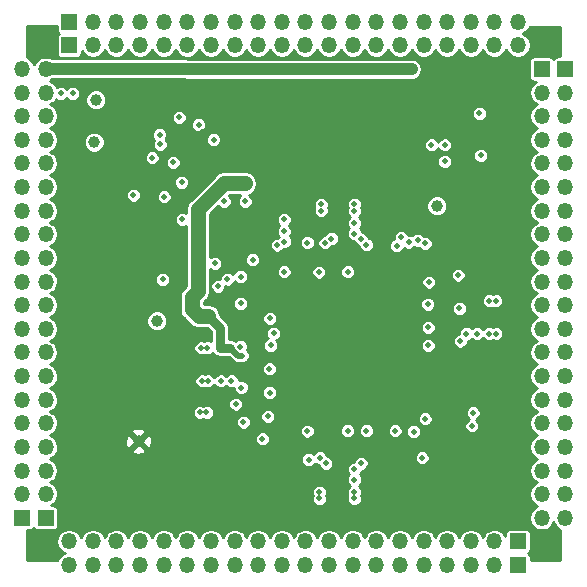
<source format=gbr>
G04 #@! TF.GenerationSoftware,KiCad,Pcbnew,5.0.2-bee76a0~70~ubuntu18.04.1*
G04 #@! TF.CreationDate,2019-11-19T20:55:50-08:00*
G04 #@! TF.ProjectId,A3P250_Dev_Board,41335032-3530-45f4-9465-765f426f6172,rev?*
G04 #@! TF.SameCoordinates,Original*
G04 #@! TF.FileFunction,Copper,L3,Inr*
G04 #@! TF.FilePolarity,Positive*
%FSLAX46Y46*%
G04 Gerber Fmt 4.6, Leading zero omitted, Abs format (unit mm)*
G04 Created by KiCad (PCBNEW 5.0.2-bee76a0~70~ubuntu18.04.1) date Tue 19 Nov 2019 08:55:50 PM PST*
%MOMM*%
%LPD*%
G01*
G04 APERTURE LIST*
G04 #@! TA.AperFunction,ViaPad*
%ADD10O,1.350000X1.350000*%
G04 #@! TD*
G04 #@! TA.AperFunction,ViaPad*
%ADD11R,1.350000X1.350000*%
G04 #@! TD*
G04 #@! TA.AperFunction,ViaPad*
%ADD12C,1.000000*%
G04 #@! TD*
G04 #@! TA.AperFunction,ViaPad*
%ADD13C,0.508000*%
G04 #@! TD*
G04 #@! TA.AperFunction,Conductor*
%ADD14C,1.016000*%
G04 #@! TD*
G04 #@! TA.AperFunction,Conductor*
%ADD15C,1.270000*%
G04 #@! TD*
G04 #@! TA.AperFunction,Conductor*
%ADD16C,0.762000*%
G04 #@! TD*
G04 #@! TA.AperFunction,Conductor*
%ADD17C,0.508000*%
G04 #@! TD*
G04 #@! TA.AperFunction,Conductor*
%ADD18C,0.254000*%
G04 #@! TD*
G04 APERTURE END LIST*
D10*
G04 #@! TO.N,Net-(J3-Pad20)*
G04 #@! TO.C,J3*
X104870000Y-132270000D03*
G04 #@! TO.N,Net-(J3-Pad19)*
X106870000Y-132270000D03*
G04 #@! TO.N,Net-(J3-Pad18)*
X108870000Y-132270000D03*
G04 #@! TO.N,Net-(J3-Pad17)*
X110870000Y-132270000D03*
G04 #@! TO.N,Net-(J3-Pad16)*
X112870000Y-132270000D03*
G04 #@! TO.N,Net-(J3-Pad15)*
X114870000Y-132270000D03*
G04 #@! TO.N,Net-(J3-Pad14)*
X116870000Y-132270000D03*
G04 #@! TO.N,Net-(J3-Pad13)*
X118870000Y-132270000D03*
G04 #@! TO.N,Net-(J3-Pad12)*
X120870000Y-132270000D03*
G04 #@! TO.N,Net-(J3-Pad11)*
X122870000Y-132270000D03*
G04 #@! TO.N,Net-(J3-Pad10)*
X124870000Y-132270000D03*
G04 #@! TO.N,Net-(C26-Pad1)*
X126870000Y-132270000D03*
G04 #@! TO.N,Net-(J3-Pad8)*
X128870000Y-132270000D03*
G04 #@! TO.N,Net-(J3-Pad7)*
X130870000Y-132270000D03*
G04 #@! TO.N,Net-(J3-Pad6)*
X132870000Y-132270000D03*
G04 #@! TO.N,Net-(J3-Pad5)*
X134870000Y-132270000D03*
G04 #@! TO.N,Net-(J3-Pad4)*
X136870000Y-132270000D03*
G04 #@! TO.N,Net-(J3-Pad3)*
X138870000Y-132270000D03*
G04 #@! TO.N,TCK*
X140870000Y-132270000D03*
D11*
G04 #@! TO.N,TDI*
X142870000Y-132270000D03*
G04 #@! TD*
G04 #@! TO.N,Net-(J2-Pad1)*
G04 #@! TO.C,J2*
X146870000Y-90270000D03*
D10*
G04 #@! TO.N,Net-(J2-Pad2)*
X146870000Y-92270000D03*
G04 #@! TO.N,Net-(J2-Pad3)*
X146870000Y-94270000D03*
G04 #@! TO.N,Net-(J2-Pad4)*
X146870000Y-96270000D03*
G04 #@! TO.N,Net-(J2-Pad5)*
X146870000Y-98270000D03*
G04 #@! TO.N,Net-(C24-Pad1)*
X146870000Y-100270000D03*
G04 #@! TO.N,Net-(J2-Pad7)*
X146870000Y-102270000D03*
G04 #@! TO.N,Net-(J2-Pad8)*
X146870000Y-104270000D03*
G04 #@! TO.N,Net-(J2-Pad9)*
X146870000Y-106270000D03*
G04 #@! TO.N,Net-(J2-Pad10)*
X146870000Y-108270000D03*
G04 #@! TO.N,Net-(J2-Pad11)*
X146870000Y-110270000D03*
G04 #@! TO.N,Net-(J2-Pad12)*
X146870000Y-112270000D03*
G04 #@! TO.N,Net-(J2-Pad13)*
X146870000Y-114270000D03*
G04 #@! TO.N,Net-(J2-Pad14)*
X146870000Y-116270000D03*
G04 #@! TO.N,Net-(J2-Pad15)*
X146870000Y-118270000D03*
G04 #@! TO.N,VCCIB3*
X146870000Y-120270000D03*
G04 #@! TO.N,TRST*
X146870000Y-122270000D03*
G04 #@! TO.N,TDO*
X146870000Y-124270000D03*
G04 #@! TO.N,VPUMP*
X146870000Y-126270000D03*
G04 #@! TO.N,TMS*
X146870000Y-128270000D03*
G04 #@! TD*
G04 #@! TO.N,Net-(J1-Pad20)*
G04 #@! TO.C,J1*
X142870000Y-86270000D03*
G04 #@! TO.N,Net-(J1-Pad19)*
X140870000Y-86270000D03*
G04 #@! TO.N,Net-(J1-Pad18)*
X138870000Y-86270000D03*
G04 #@! TO.N,Net-(J1-Pad17)*
X136870000Y-86270000D03*
G04 #@! TO.N,Net-(J1-Pad16)*
X134870000Y-86270000D03*
G04 #@! TO.N,Net-(J1-Pad15)*
X132870000Y-86270000D03*
G04 #@! TO.N,Net-(J1-Pad14)*
X130870000Y-86270000D03*
G04 #@! TO.N,Net-(J1-Pad13)*
X128870000Y-86270000D03*
G04 #@! TO.N,Net-(J1-Pad12)*
X126870000Y-86270000D03*
G04 #@! TO.N,Net-(J1-Pad11)*
X124870000Y-86270000D03*
G04 #@! TO.N,Net-(J1-Pad10)*
X122870000Y-86270000D03*
G04 #@! TO.N,Net-(C22-Pad1)*
X120870000Y-86270000D03*
G04 #@! TO.N,Net-(J1-Pad8)*
X118870000Y-86270000D03*
G04 #@! TO.N,Net-(J1-Pad7)*
X116870000Y-86270000D03*
G04 #@! TO.N,Net-(J1-Pad6)*
X114870000Y-86270000D03*
G04 #@! TO.N,Net-(J1-Pad5)*
X112870000Y-86270000D03*
G04 #@! TO.N,Net-(J1-Pad4)*
X110870000Y-86270000D03*
G04 #@! TO.N,Net-(J1-Pad3)*
X108870000Y-86270000D03*
G04 #@! TO.N,Net-(J1-Pad2)*
X106870000Y-86270000D03*
D11*
G04 #@! TO.N,Net-(J1-Pad1)*
X104870000Y-86270000D03*
G04 #@! TD*
G04 #@! TO.N,Net-(J4-Pad1)*
G04 #@! TO.C,J4*
X100870000Y-128270000D03*
D10*
G04 #@! TO.N,Net-(J4-Pad2)*
X100870000Y-126270000D03*
G04 #@! TO.N,Net-(J4-Pad3)*
X100870000Y-124270000D03*
G04 #@! TO.N,Net-(J4-Pad4)*
X100870000Y-122270000D03*
G04 #@! TO.N,Net-(J4-Pad5)*
X100870000Y-120270000D03*
G04 #@! TO.N,VCCIB3*
X100870000Y-118270000D03*
G04 #@! TO.N,Net-(J4-Pad7)*
X100870000Y-116270000D03*
G04 #@! TO.N,Net-(J4-Pad8)*
X100870000Y-114270000D03*
G04 #@! TO.N,Net-(J4-Pad9)*
X100870000Y-112270000D03*
G04 #@! TO.N,Net-(J4-Pad10)*
X100870000Y-110270000D03*
G04 #@! TO.N,Net-(J4-Pad11)*
X100870000Y-108270000D03*
G04 #@! TO.N,Net-(D1-Pad2)*
X100870000Y-106270000D03*
G04 #@! TO.N,Net-(J4-Pad13)*
X100870000Y-104270000D03*
G04 #@! TO.N,Net-(J4-Pad14)*
X100870000Y-102270000D03*
G04 #@! TO.N,Net-(J4-Pad15)*
X100870000Y-100270000D03*
G04 #@! TO.N,Net-(J4-Pad16)*
X100870000Y-98270000D03*
G04 #@! TO.N,Net-(J4-Pad17)*
X100870000Y-96270000D03*
G04 #@! TO.N,GAA_IO00RSB0*
X100870000Y-94270000D03*
G04 #@! TO.N,GND*
X100870000Y-92270000D03*
G04 #@! TO.N,+5V*
X100870000Y-90270000D03*
G04 #@! TD*
G04 #@! TO.N,+5V*
G04 #@! TO.C,J4*
X102870000Y-90270000D03*
G04 #@! TO.N,GND*
X102870000Y-92270000D03*
G04 #@! TO.N,GAA_IO00RSB0*
X102870000Y-94270000D03*
G04 #@! TO.N,Net-(J4-Pad17)*
X102870000Y-96270000D03*
G04 #@! TO.N,Net-(J4-Pad16)*
X102870000Y-98270000D03*
G04 #@! TO.N,Net-(J4-Pad15)*
X102870000Y-100270000D03*
G04 #@! TO.N,Net-(J4-Pad14)*
X102870000Y-102270000D03*
G04 #@! TO.N,Net-(J4-Pad13)*
X102870000Y-104270000D03*
G04 #@! TO.N,Net-(D1-Pad2)*
X102870000Y-106270000D03*
G04 #@! TO.N,Net-(J4-Pad11)*
X102870000Y-108270000D03*
G04 #@! TO.N,Net-(J4-Pad10)*
X102870000Y-110270000D03*
G04 #@! TO.N,Net-(J4-Pad9)*
X102870000Y-112270000D03*
G04 #@! TO.N,Net-(J4-Pad8)*
X102870000Y-114270000D03*
G04 #@! TO.N,Net-(J4-Pad7)*
X102870000Y-116270000D03*
G04 #@! TO.N,VCCIB3*
X102870000Y-118270000D03*
G04 #@! TO.N,Net-(J4-Pad5)*
X102870000Y-120270000D03*
G04 #@! TO.N,Net-(J4-Pad4)*
X102870000Y-122270000D03*
G04 #@! TO.N,Net-(J4-Pad3)*
X102870000Y-124270000D03*
G04 #@! TO.N,Net-(J4-Pad2)*
X102870000Y-126270000D03*
D11*
G04 #@! TO.N,Net-(J4-Pad1)*
X102870000Y-128270000D03*
G04 #@! TD*
G04 #@! TO.N,TDI*
G04 #@! TO.C,J3*
X142870000Y-130270000D03*
D10*
G04 #@! TO.N,TCK*
X140870000Y-130270000D03*
G04 #@! TO.N,Net-(J3-Pad3)*
X138870000Y-130270000D03*
G04 #@! TO.N,Net-(J3-Pad4)*
X136870000Y-130270000D03*
G04 #@! TO.N,Net-(J3-Pad5)*
X134870000Y-130270000D03*
G04 #@! TO.N,Net-(J3-Pad6)*
X132870000Y-130270000D03*
G04 #@! TO.N,Net-(J3-Pad7)*
X130870000Y-130270000D03*
G04 #@! TO.N,Net-(J3-Pad8)*
X128870000Y-130270000D03*
G04 #@! TO.N,Net-(C26-Pad1)*
X126870000Y-130270000D03*
G04 #@! TO.N,Net-(J3-Pad10)*
X124870000Y-130270000D03*
G04 #@! TO.N,Net-(J3-Pad11)*
X122870000Y-130270000D03*
G04 #@! TO.N,Net-(J3-Pad12)*
X120870000Y-130270000D03*
G04 #@! TO.N,Net-(J3-Pad13)*
X118870000Y-130270000D03*
G04 #@! TO.N,Net-(J3-Pad14)*
X116870000Y-130270000D03*
G04 #@! TO.N,Net-(J3-Pad15)*
X114870000Y-130270000D03*
G04 #@! TO.N,Net-(J3-Pad16)*
X112870000Y-130270000D03*
G04 #@! TO.N,Net-(J3-Pad17)*
X110870000Y-130270000D03*
G04 #@! TO.N,Net-(J3-Pad18)*
X108870000Y-130270000D03*
G04 #@! TO.N,Net-(J3-Pad19)*
X106870000Y-130270000D03*
G04 #@! TO.N,Net-(J3-Pad20)*
X104870000Y-130270000D03*
G04 #@! TD*
D11*
G04 #@! TO.N,Net-(J1-Pad1)*
G04 #@! TO.C,J1*
X104870000Y-88270000D03*
D10*
G04 #@! TO.N,Net-(J1-Pad2)*
X106870000Y-88270000D03*
G04 #@! TO.N,Net-(J1-Pad3)*
X108870000Y-88270000D03*
G04 #@! TO.N,Net-(J1-Pad4)*
X110870000Y-88270000D03*
G04 #@! TO.N,Net-(J1-Pad5)*
X112870000Y-88270000D03*
G04 #@! TO.N,Net-(J1-Pad6)*
X114870000Y-88270000D03*
G04 #@! TO.N,Net-(J1-Pad7)*
X116870000Y-88270000D03*
G04 #@! TO.N,Net-(J1-Pad8)*
X118870000Y-88270000D03*
G04 #@! TO.N,Net-(C22-Pad1)*
X120870000Y-88270000D03*
G04 #@! TO.N,Net-(J1-Pad10)*
X122870000Y-88270000D03*
G04 #@! TO.N,Net-(J1-Pad11)*
X124870000Y-88270000D03*
G04 #@! TO.N,Net-(J1-Pad12)*
X126870000Y-88270000D03*
G04 #@! TO.N,Net-(J1-Pad13)*
X128870000Y-88270000D03*
G04 #@! TO.N,Net-(J1-Pad14)*
X130870000Y-88270000D03*
G04 #@! TO.N,Net-(J1-Pad15)*
X132870000Y-88270000D03*
G04 #@! TO.N,Net-(J1-Pad16)*
X134870000Y-88270000D03*
G04 #@! TO.N,Net-(J1-Pad17)*
X136870000Y-88270000D03*
G04 #@! TO.N,Net-(J1-Pad18)*
X138870000Y-88270000D03*
G04 #@! TO.N,Net-(J1-Pad19)*
X140870000Y-88270000D03*
G04 #@! TO.N,Net-(J1-Pad20)*
X142870000Y-88270000D03*
G04 #@! TD*
G04 #@! TO.N,TMS*
G04 #@! TO.C,J2*
X144870000Y-128270000D03*
G04 #@! TO.N,VPUMP*
X144870000Y-126270000D03*
G04 #@! TO.N,TDO*
X144870000Y-124270000D03*
G04 #@! TO.N,TRST*
X144870000Y-122270000D03*
G04 #@! TO.N,VCCIB3*
X144870000Y-120270000D03*
G04 #@! TO.N,Net-(J2-Pad15)*
X144870000Y-118270000D03*
G04 #@! TO.N,Net-(J2-Pad14)*
X144870000Y-116270000D03*
G04 #@! TO.N,Net-(J2-Pad13)*
X144870000Y-114270000D03*
G04 #@! TO.N,Net-(J2-Pad12)*
X144870000Y-112270000D03*
G04 #@! TO.N,Net-(J2-Pad11)*
X144870000Y-110270000D03*
G04 #@! TO.N,Net-(J2-Pad10)*
X144870000Y-108270000D03*
G04 #@! TO.N,Net-(J2-Pad9)*
X144870000Y-106270000D03*
G04 #@! TO.N,Net-(J2-Pad8)*
X144870000Y-104270000D03*
G04 #@! TO.N,Net-(J2-Pad7)*
X144870000Y-102270000D03*
G04 #@! TO.N,Net-(C24-Pad1)*
X144870000Y-100270000D03*
G04 #@! TO.N,Net-(J2-Pad5)*
X144870000Y-98270000D03*
G04 #@! TO.N,Net-(J2-Pad4)*
X144870000Y-96270000D03*
G04 #@! TO.N,Net-(J2-Pad3)*
X144870000Y-94270000D03*
G04 #@! TO.N,Net-(J2-Pad2)*
X144870000Y-92270000D03*
D11*
G04 #@! TO.N,Net-(J2-Pad1)*
X144870000Y-90270000D03*
G04 #@! TD*
D12*
G04 #@! TO.N,VCCIB3*
G04 #@! TO.C,VIO*
X135991600Y-101854000D03*
G04 #@! TD*
G04 #@! TO.N,Net-(J4-Pad11)*
G04 #@! TO.C,CLK*
X112293400Y-111582200D03*
G04 #@! TD*
G04 #@! TO.N,+5V*
G04 #@! TO.C,+5V*
X107111800Y-92887800D03*
G04 #@! TD*
G04 #@! TO.N,GND*
G04 #@! TO.C,GND*
X106984800Y-96469200D03*
G04 #@! TD*
G04 #@! TO.N,Net-(C10-Pad1)*
G04 #@! TO.C,VCore*
X110744000Y-121793000D03*
G04 #@! TD*
G04 #@! TO.N,Net-(C11-Pad1)*
G04 #@! TO.C,VPLL*
X116662200Y-101269800D03*
G04 #@! TD*
D13*
G04 #@! TO.N,GND*
X112522000Y-95845000D03*
X112562000Y-96647000D03*
X111887000Y-97790000D03*
X112903000Y-101092000D03*
X114173000Y-94361000D03*
X115824000Y-94996000D03*
X113665000Y-98171000D03*
X114388948Y-99860668D03*
X117094000Y-96266000D03*
X110295968Y-100948768D03*
X114427000Y-102997000D03*
X135531696Y-96703249D03*
X139722696Y-97592249D03*
X139595696Y-94036249D03*
X117983000Y-101473000D03*
X119761000Y-101473000D03*
X104140000Y-92329000D03*
X105156000Y-92329000D03*
X112776000Y-108077000D03*
X120396000Y-106426000D03*
X121869200Y-111379000D03*
X119373614Y-107840729D03*
X123063000Y-107442000D03*
X135255000Y-112141000D03*
X135001000Y-119888000D03*
G04 #@! TO.N,Net-(C26-Pad1)*
X134747000Y-123190000D03*
G04 #@! TO.N,GND*
X132461000Y-120904000D03*
X138963400Y-120497600D03*
X139065000Y-119380000D03*
X117201488Y-106726189D03*
G04 #@! TO.N,Net-(C11-Pad1)*
X118516400Y-113893600D03*
G04 #@! TO.N,Net-(C10-Pad1)*
X116078000Y-95631000D03*
X109220000Y-94996000D03*
G04 #@! TO.N,VCCIB3*
X136674696Y-96703249D03*
X136674696Y-98100249D03*
G04 #@! TO.N,Net-(J1-Pad1)*
X123063000Y-104013000D03*
G04 #@! TO.N,Net-(J1-Pad2)*
X123063000Y-102997000D03*
G04 #@! TO.N,Net-(J1-Pad16)*
X132582800Y-105239950D03*
G04 #@! TO.N,Net-(J1-Pad17)*
X132969000Y-104521000D03*
G04 #@! TO.N,Net-(J1-Pad18)*
X133598801Y-104927041D03*
G04 #@! TO.N,Net-(J1-Pad19)*
X134366000Y-104775000D03*
G04 #@! TO.N,Net-(J1-Pad20)*
X135001000Y-105029000D03*
G04 #@! TO.N,TMS*
X134035800Y-120980200D03*
G04 #@! TO.N,Net-(J3-Pad13)*
X126082800Y-123190000D03*
G04 #@! TO.N,+5V*
X133858000Y-90297000D03*
X106299000Y-90270000D03*
G04 #@! TO.N,Net-(J4-Pad16)*
X117465485Y-108658226D03*
G04 #@! TO.N,Net-(J4-Pad15)*
X119380000Y-110109000D03*
G04 #@! TO.N,Net-(J4-Pad11)*
X122174000Y-112649000D03*
G04 #@! TO.N,Net-(C11-Pad1)*
X117983000Y-99695000D03*
G04 #@! TO.N,GND*
X116558851Y-113893600D03*
X116027200Y-113893600D03*
X129015704Y-101722090D03*
X129015704Y-102253741D03*
X140978881Y-109900025D03*
X140447230Y-109900025D03*
X140975919Y-112672330D03*
X126190398Y-101722268D03*
X140444268Y-112672330D03*
X126190398Y-102253919D03*
X126061371Y-126618619D03*
X116103400Y-116687600D03*
X129001848Y-126635420D03*
X126061371Y-126086968D03*
X116635051Y-116687600D03*
X129001848Y-126103769D03*
X115951000Y-119354600D03*
X116482651Y-119354600D03*
G04 #@! TO.N,Net-(C10-Pad1)*
X117548420Y-119354600D03*
G04 #@! TO.N,Net-(C11-Pad1)*
X117624620Y-113893600D03*
G04 #@! TO.N,Net-(C22-Pad1)*
X129015704Y-104211290D03*
X129015704Y-103319510D03*
G04 #@! TO.N,Net-(C10-Pad1)*
X138489681Y-109900025D03*
X139381461Y-109900025D03*
G04 #@! TO.N,Net-(C24-Pad1)*
X138486719Y-112672330D03*
G04 #@! TO.N,Net-(C10-Pad1)*
X126190398Y-104211468D03*
X126190398Y-103319688D03*
X126061371Y-124129419D03*
X126061371Y-125021199D03*
G04 #@! TO.N,VCCIB3*
X117700820Y-116687600D03*
G04 #@! TO.N,Net-(C10-Pad1)*
X128168400Y-123190000D03*
X137617200Y-111785400D03*
X128244600Y-105029000D03*
G04 #@! TO.N,VCCIB3*
X118592600Y-116687600D03*
G04 #@! TO.N,Net-(J1-Pad3)*
X125017728Y-104979272D03*
G04 #@! TO.N,Net-(J1-Pad5)*
X126009400Y-107467400D03*
G04 #@! TO.N,Net-(J1-Pad6)*
X126517400Y-105003600D03*
G04 #@! TO.N,Net-(J1-Pad7)*
X127061607Y-104629458D03*
G04 #@! TO.N,Net-(J2-Pad8)*
X135255000Y-113665000D03*
G04 #@! TO.N,Net-(J2-Pad7)*
X137972800Y-113309400D03*
G04 #@! TO.N,Net-(J2-Pad4)*
X137896600Y-110540800D03*
G04 #@! TO.N,Net-(J2-Pad3)*
X135229600Y-110185200D03*
G04 #@! TO.N,Net-(J3-Pad7)*
X130022600Y-120904000D03*
G04 #@! TO.N,Net-(J3-Pad8)*
X129582800Y-123647200D03*
G04 #@! TO.N,Net-(J3-Pad12)*
X126606526Y-123655848D03*
G04 #@! TO.N,Net-(J3-Pad14)*
X125142968Y-123339568D03*
G04 #@! TO.N,Net-(J3-Pad15)*
X125018800Y-120929400D03*
G04 #@! TO.N,GND*
X121920000Y-113665000D03*
G04 #@! TO.N,VCCIB3*
X121691400Y-119684800D03*
G04 #@! TO.N,GND*
X119608600Y-120167400D03*
X121234200Y-121589800D03*
X128456894Y-107442000D03*
X135331144Y-108314799D03*
X128447790Y-120904000D03*
G04 #@! TO.N,Net-(C10-Pad1)*
X118414790Y-119354600D03*
X119507000Y-116128800D03*
X117703600Y-94361000D03*
G04 #@! TO.N,Net-(J1-Pad10)*
X129581436Y-104673072D03*
G04 #@! TO.N,Net-(J1-Pad11)*
X130026875Y-105160645D03*
G04 #@! TO.N,GAA_IO00RSB0*
X123074580Y-104896462D03*
G04 #@! TO.N,Net-(J4-Pad9)*
X119354600Y-113792000D03*
G04 #@! TO.N,Net-(J4-Pad7)*
X121818400Y-115671600D03*
G04 #@! TO.N,Net-(J4-Pad5)*
X119430800Y-117246412D03*
G04 #@! TO.N,Net-(J4-Pad4)*
X121843800Y-117678200D03*
G04 #@! TO.N,Net-(J4-Pad2)*
X118973600Y-118643410D03*
G04 #@! TO.N,Net-(C11-Pad1)*
X119761000Y-99949000D03*
X119502435Y-114544246D03*
G04 #@! TO.N,Net-(J4-Pad17)*
X118266210Y-108060980D03*
G04 #@! TO.N,Net-(C22-Pad1)*
X122478800Y-105181400D03*
G04 #@! TO.N,Net-(C24-Pad1)*
X139378499Y-112672330D03*
X137795000Y-107721400D03*
G04 #@! TO.N,Net-(C26-Pad1)*
X129001848Y-124146220D03*
X129001848Y-125038000D03*
G04 #@! TD*
D14*
G04 #@! TO.N,+5V*
X114746394Y-90270000D02*
X114773394Y-90297000D01*
X114773394Y-90297000D02*
X133858000Y-90297000D01*
X110871000Y-90270000D02*
X114746394Y-90270000D01*
X102870000Y-90270000D02*
X106299000Y-90270000D01*
X106299000Y-90270000D02*
X110871000Y-90270000D01*
D15*
G04 #@! TO.N,Net-(C11-Pad1)*
X115788863Y-109068773D02*
X115247335Y-109610301D01*
X119761000Y-99949000D02*
X117965726Y-99949000D01*
X117965726Y-99949000D02*
X115788863Y-102125863D01*
X115247335Y-109610301D02*
X115247335Y-110588155D01*
X115247335Y-110588155D02*
X115831933Y-111172753D01*
X115831933Y-111172753D02*
X116633753Y-111172753D01*
X115788863Y-102125863D02*
X115788863Y-109068773D01*
D16*
X118516400Y-113893600D02*
X117624620Y-113893600D01*
X117624620Y-112163620D02*
X116633753Y-111172753D01*
X117624620Y-113893600D02*
X117624620Y-112163620D01*
D17*
X118516400Y-113893600D02*
X119167046Y-114544246D01*
X119167046Y-114544246D02*
X119502435Y-114544246D01*
G04 #@! TD*
D18*
G04 #@! TO.N,Net-(C10-Pad1)*
G36*
X103806536Y-86666024D02*
X103806536Y-86945000D01*
X103836106Y-87093659D01*
X103920314Y-87219686D01*
X103995615Y-87270000D01*
X103920314Y-87320314D01*
X103836106Y-87446341D01*
X103806536Y-87595000D01*
X103806536Y-88945000D01*
X103836106Y-89093659D01*
X103920314Y-89219686D01*
X104046341Y-89303894D01*
X104195000Y-89333464D01*
X105545000Y-89333464D01*
X105693659Y-89303894D01*
X105819686Y-89219686D01*
X105903894Y-89093659D01*
X105933464Y-88945000D01*
X105933464Y-88769124D01*
X106108667Y-89031333D01*
X106457969Y-89264730D01*
X106765994Y-89326000D01*
X106974006Y-89326000D01*
X107282031Y-89264730D01*
X107631333Y-89031333D01*
X107864730Y-88682031D01*
X107870000Y-88655537D01*
X107875270Y-88682031D01*
X108108667Y-89031333D01*
X108457969Y-89264730D01*
X108765994Y-89326000D01*
X108974006Y-89326000D01*
X109282031Y-89264730D01*
X109631333Y-89031333D01*
X109864730Y-88682031D01*
X109870000Y-88655537D01*
X109875270Y-88682031D01*
X110108667Y-89031333D01*
X110457969Y-89264730D01*
X110765994Y-89326000D01*
X110974006Y-89326000D01*
X111282031Y-89264730D01*
X111631333Y-89031333D01*
X111864730Y-88682031D01*
X111870000Y-88655537D01*
X111875270Y-88682031D01*
X112108667Y-89031333D01*
X112457969Y-89264730D01*
X112765994Y-89326000D01*
X112974006Y-89326000D01*
X113282031Y-89264730D01*
X113631333Y-89031333D01*
X113864730Y-88682031D01*
X113870000Y-88655537D01*
X113875270Y-88682031D01*
X114108667Y-89031333D01*
X114457969Y-89264730D01*
X114765994Y-89326000D01*
X114974006Y-89326000D01*
X115282031Y-89264730D01*
X115631333Y-89031333D01*
X115864730Y-88682031D01*
X115870000Y-88655537D01*
X115875270Y-88682031D01*
X116108667Y-89031333D01*
X116457969Y-89264730D01*
X116765994Y-89326000D01*
X116974006Y-89326000D01*
X117282031Y-89264730D01*
X117631333Y-89031333D01*
X117864730Y-88682031D01*
X117870000Y-88655537D01*
X117875270Y-88682031D01*
X118108667Y-89031333D01*
X118457969Y-89264730D01*
X118765994Y-89326000D01*
X118974006Y-89326000D01*
X119282031Y-89264730D01*
X119631333Y-89031333D01*
X119864730Y-88682031D01*
X119870000Y-88655537D01*
X119875270Y-88682031D01*
X120108667Y-89031333D01*
X120457969Y-89264730D01*
X120765994Y-89326000D01*
X120974006Y-89326000D01*
X121282031Y-89264730D01*
X121631333Y-89031333D01*
X121864730Y-88682031D01*
X121870000Y-88655537D01*
X121875270Y-88682031D01*
X122108667Y-89031333D01*
X122457969Y-89264730D01*
X122765994Y-89326000D01*
X122974006Y-89326000D01*
X123282031Y-89264730D01*
X123631333Y-89031333D01*
X123864730Y-88682031D01*
X123870000Y-88655537D01*
X123875270Y-88682031D01*
X124108667Y-89031333D01*
X124457969Y-89264730D01*
X124765994Y-89326000D01*
X124974006Y-89326000D01*
X125282031Y-89264730D01*
X125631333Y-89031333D01*
X125864730Y-88682031D01*
X125870000Y-88655537D01*
X125875270Y-88682031D01*
X126108667Y-89031333D01*
X126457969Y-89264730D01*
X126765994Y-89326000D01*
X126974006Y-89326000D01*
X127282031Y-89264730D01*
X127631333Y-89031333D01*
X127864730Y-88682031D01*
X127870000Y-88655537D01*
X127875270Y-88682031D01*
X128108667Y-89031333D01*
X128457969Y-89264730D01*
X128765994Y-89326000D01*
X128974006Y-89326000D01*
X129282031Y-89264730D01*
X129631333Y-89031333D01*
X129864730Y-88682031D01*
X129870000Y-88655537D01*
X129875270Y-88682031D01*
X130108667Y-89031333D01*
X130457969Y-89264730D01*
X130765994Y-89326000D01*
X130974006Y-89326000D01*
X131282031Y-89264730D01*
X131631333Y-89031333D01*
X131864730Y-88682031D01*
X131870000Y-88655537D01*
X131875270Y-88682031D01*
X132108667Y-89031333D01*
X132457969Y-89264730D01*
X132765994Y-89326000D01*
X132974006Y-89326000D01*
X133282031Y-89264730D01*
X133631333Y-89031333D01*
X133864730Y-88682031D01*
X133870000Y-88655537D01*
X133875270Y-88682031D01*
X134108667Y-89031333D01*
X134457969Y-89264730D01*
X134765994Y-89326000D01*
X134974006Y-89326000D01*
X135282031Y-89264730D01*
X135631333Y-89031333D01*
X135864730Y-88682031D01*
X135870000Y-88655537D01*
X135875270Y-88682031D01*
X136108667Y-89031333D01*
X136457969Y-89264730D01*
X136765994Y-89326000D01*
X136974006Y-89326000D01*
X137282031Y-89264730D01*
X137631333Y-89031333D01*
X137864730Y-88682031D01*
X137870000Y-88655537D01*
X137875270Y-88682031D01*
X138108667Y-89031333D01*
X138457969Y-89264730D01*
X138765994Y-89326000D01*
X138974006Y-89326000D01*
X139282031Y-89264730D01*
X139631333Y-89031333D01*
X139864730Y-88682031D01*
X139870000Y-88655537D01*
X139875270Y-88682031D01*
X140108667Y-89031333D01*
X140457969Y-89264730D01*
X140765994Y-89326000D01*
X140974006Y-89326000D01*
X141282031Y-89264730D01*
X141631333Y-89031333D01*
X141864730Y-88682031D01*
X141870000Y-88655537D01*
X141875270Y-88682031D01*
X142108667Y-89031333D01*
X142457969Y-89264730D01*
X142765994Y-89326000D01*
X142974006Y-89326000D01*
X143282031Y-89264730D01*
X143631333Y-89031333D01*
X143864730Y-88682031D01*
X143946688Y-88270000D01*
X143864730Y-87857969D01*
X143631333Y-87508667D01*
X143282031Y-87275270D01*
X143255537Y-87270000D01*
X143282031Y-87264730D01*
X143631333Y-87031333D01*
X143860647Y-86688142D01*
X146456800Y-86689576D01*
X146456800Y-89206536D01*
X146195000Y-89206536D01*
X146046341Y-89236106D01*
X145920314Y-89320314D01*
X145870000Y-89395615D01*
X145819686Y-89320314D01*
X145693659Y-89236106D01*
X145545000Y-89206536D01*
X144195000Y-89206536D01*
X144046341Y-89236106D01*
X143920314Y-89320314D01*
X143836106Y-89446341D01*
X143806536Y-89595000D01*
X143806536Y-90945000D01*
X143836106Y-91093659D01*
X143920314Y-91219686D01*
X144046341Y-91303894D01*
X144195000Y-91333464D01*
X144370876Y-91333464D01*
X144108667Y-91508667D01*
X143875270Y-91857969D01*
X143793312Y-92270000D01*
X143875270Y-92682031D01*
X144108667Y-93031333D01*
X144457969Y-93264730D01*
X144484463Y-93270000D01*
X144457969Y-93275270D01*
X144108667Y-93508667D01*
X143875270Y-93857969D01*
X143793312Y-94270000D01*
X143875270Y-94682031D01*
X144108667Y-95031333D01*
X144457969Y-95264730D01*
X144484463Y-95270000D01*
X144457969Y-95275270D01*
X144108667Y-95508667D01*
X143875270Y-95857969D01*
X143793312Y-96270000D01*
X143875270Y-96682031D01*
X144108667Y-97031333D01*
X144457969Y-97264730D01*
X144484463Y-97270000D01*
X144457969Y-97275270D01*
X144108667Y-97508667D01*
X143875270Y-97857969D01*
X143793312Y-98270000D01*
X143875270Y-98682031D01*
X144108667Y-99031333D01*
X144457969Y-99264730D01*
X144484463Y-99270000D01*
X144457969Y-99275270D01*
X144108667Y-99508667D01*
X143875270Y-99857969D01*
X143793312Y-100270000D01*
X143875270Y-100682031D01*
X144108667Y-101031333D01*
X144457969Y-101264730D01*
X144484463Y-101270000D01*
X144457969Y-101275270D01*
X144108667Y-101508667D01*
X143875270Y-101857969D01*
X143793312Y-102270000D01*
X143875270Y-102682031D01*
X144108667Y-103031333D01*
X144457969Y-103264730D01*
X144484463Y-103270000D01*
X144457969Y-103275270D01*
X144108667Y-103508667D01*
X143875270Y-103857969D01*
X143793312Y-104270000D01*
X143875270Y-104682031D01*
X144108667Y-105031333D01*
X144457969Y-105264730D01*
X144484463Y-105270000D01*
X144457969Y-105275270D01*
X144108667Y-105508667D01*
X143875270Y-105857969D01*
X143793312Y-106270000D01*
X143875270Y-106682031D01*
X144108667Y-107031333D01*
X144457969Y-107264730D01*
X144484463Y-107270000D01*
X144457969Y-107275270D01*
X144108667Y-107508667D01*
X143875270Y-107857969D01*
X143793312Y-108270000D01*
X143875270Y-108682031D01*
X144108667Y-109031333D01*
X144457969Y-109264730D01*
X144484463Y-109270000D01*
X144457969Y-109275270D01*
X144108667Y-109508667D01*
X143875270Y-109857969D01*
X143793312Y-110270000D01*
X143875270Y-110682031D01*
X144108667Y-111031333D01*
X144457969Y-111264730D01*
X144484463Y-111270000D01*
X144457969Y-111275270D01*
X144108667Y-111508667D01*
X143875270Y-111857969D01*
X143793312Y-112270000D01*
X143875270Y-112682031D01*
X144108667Y-113031333D01*
X144457969Y-113264730D01*
X144484463Y-113270000D01*
X144457969Y-113275270D01*
X144108667Y-113508667D01*
X143875270Y-113857969D01*
X143793312Y-114270000D01*
X143875270Y-114682031D01*
X144108667Y-115031333D01*
X144457969Y-115264730D01*
X144484463Y-115270000D01*
X144457969Y-115275270D01*
X144108667Y-115508667D01*
X143875270Y-115857969D01*
X143793312Y-116270000D01*
X143875270Y-116682031D01*
X144108667Y-117031333D01*
X144457969Y-117264730D01*
X144484463Y-117270000D01*
X144457969Y-117275270D01*
X144108667Y-117508667D01*
X143875270Y-117857969D01*
X143793312Y-118270000D01*
X143875270Y-118682031D01*
X144108667Y-119031333D01*
X144457969Y-119264730D01*
X144484463Y-119270000D01*
X144457969Y-119275270D01*
X144108667Y-119508667D01*
X143875270Y-119857969D01*
X143793312Y-120270000D01*
X143875270Y-120682031D01*
X144108667Y-121031333D01*
X144457969Y-121264730D01*
X144484463Y-121270000D01*
X144457969Y-121275270D01*
X144108667Y-121508667D01*
X143875270Y-121857969D01*
X143793312Y-122270000D01*
X143875270Y-122682031D01*
X144108667Y-123031333D01*
X144457969Y-123264730D01*
X144484463Y-123270000D01*
X144457969Y-123275270D01*
X144108667Y-123508667D01*
X143875270Y-123857969D01*
X143793312Y-124270000D01*
X143875270Y-124682031D01*
X144108667Y-125031333D01*
X144457969Y-125264730D01*
X144484463Y-125270000D01*
X144457969Y-125275270D01*
X144108667Y-125508667D01*
X143875270Y-125857969D01*
X143793312Y-126270000D01*
X143875270Y-126682031D01*
X144108667Y-127031333D01*
X144457969Y-127264730D01*
X144484463Y-127270000D01*
X144457969Y-127275270D01*
X144108667Y-127508667D01*
X143875270Y-127857969D01*
X143793312Y-128270000D01*
X143875270Y-128682031D01*
X144108667Y-129031333D01*
X144457969Y-129264730D01*
X144765994Y-129326000D01*
X144974006Y-129326000D01*
X145282031Y-129264730D01*
X145631333Y-129031333D01*
X145864730Y-128682031D01*
X145870000Y-128655537D01*
X145875270Y-128682031D01*
X146108667Y-129031333D01*
X146456801Y-129263950D01*
X146456801Y-131876976D01*
X143933464Y-131875582D01*
X143933464Y-131595000D01*
X143903894Y-131446341D01*
X143819686Y-131320314D01*
X143744385Y-131270000D01*
X143819686Y-131219686D01*
X143903894Y-131093659D01*
X143933464Y-130945000D01*
X143933464Y-129595000D01*
X143903894Y-129446341D01*
X143819686Y-129320314D01*
X143693659Y-129236106D01*
X143545000Y-129206536D01*
X142195000Y-129206536D01*
X142046341Y-129236106D01*
X141920314Y-129320314D01*
X141836106Y-129446341D01*
X141806536Y-129595000D01*
X141806536Y-129770876D01*
X141631333Y-129508667D01*
X141282031Y-129275270D01*
X140974006Y-129214000D01*
X140765994Y-129214000D01*
X140457969Y-129275270D01*
X140108667Y-129508667D01*
X139875270Y-129857969D01*
X139870000Y-129884463D01*
X139864730Y-129857969D01*
X139631333Y-129508667D01*
X139282031Y-129275270D01*
X138974006Y-129214000D01*
X138765994Y-129214000D01*
X138457969Y-129275270D01*
X138108667Y-129508667D01*
X137875270Y-129857969D01*
X137870000Y-129884463D01*
X137864730Y-129857969D01*
X137631333Y-129508667D01*
X137282031Y-129275270D01*
X136974006Y-129214000D01*
X136765994Y-129214000D01*
X136457969Y-129275270D01*
X136108667Y-129508667D01*
X135875270Y-129857969D01*
X135870000Y-129884463D01*
X135864730Y-129857969D01*
X135631333Y-129508667D01*
X135282031Y-129275270D01*
X134974006Y-129214000D01*
X134765994Y-129214000D01*
X134457969Y-129275270D01*
X134108667Y-129508667D01*
X133875270Y-129857969D01*
X133870000Y-129884463D01*
X133864730Y-129857969D01*
X133631333Y-129508667D01*
X133282031Y-129275270D01*
X132974006Y-129214000D01*
X132765994Y-129214000D01*
X132457969Y-129275270D01*
X132108667Y-129508667D01*
X131875270Y-129857969D01*
X131870000Y-129884463D01*
X131864730Y-129857969D01*
X131631333Y-129508667D01*
X131282031Y-129275270D01*
X130974006Y-129214000D01*
X130765994Y-129214000D01*
X130457969Y-129275270D01*
X130108667Y-129508667D01*
X129875270Y-129857969D01*
X129870000Y-129884463D01*
X129864730Y-129857969D01*
X129631333Y-129508667D01*
X129282031Y-129275270D01*
X128974006Y-129214000D01*
X128765994Y-129214000D01*
X128457969Y-129275270D01*
X128108667Y-129508667D01*
X127875270Y-129857969D01*
X127870000Y-129884463D01*
X127864730Y-129857969D01*
X127631333Y-129508667D01*
X127282031Y-129275270D01*
X126974006Y-129214000D01*
X126765994Y-129214000D01*
X126457969Y-129275270D01*
X126108667Y-129508667D01*
X125875270Y-129857969D01*
X125870000Y-129884463D01*
X125864730Y-129857969D01*
X125631333Y-129508667D01*
X125282031Y-129275270D01*
X124974006Y-129214000D01*
X124765994Y-129214000D01*
X124457969Y-129275270D01*
X124108667Y-129508667D01*
X123875270Y-129857969D01*
X123870000Y-129884463D01*
X123864730Y-129857969D01*
X123631333Y-129508667D01*
X123282031Y-129275270D01*
X122974006Y-129214000D01*
X122765994Y-129214000D01*
X122457969Y-129275270D01*
X122108667Y-129508667D01*
X121875270Y-129857969D01*
X121870000Y-129884463D01*
X121864730Y-129857969D01*
X121631333Y-129508667D01*
X121282031Y-129275270D01*
X120974006Y-129214000D01*
X120765994Y-129214000D01*
X120457969Y-129275270D01*
X120108667Y-129508667D01*
X119875270Y-129857969D01*
X119870000Y-129884463D01*
X119864730Y-129857969D01*
X119631333Y-129508667D01*
X119282031Y-129275270D01*
X118974006Y-129214000D01*
X118765994Y-129214000D01*
X118457969Y-129275270D01*
X118108667Y-129508667D01*
X117875270Y-129857969D01*
X117870000Y-129884463D01*
X117864730Y-129857969D01*
X117631333Y-129508667D01*
X117282031Y-129275270D01*
X116974006Y-129214000D01*
X116765994Y-129214000D01*
X116457969Y-129275270D01*
X116108667Y-129508667D01*
X115875270Y-129857969D01*
X115870000Y-129884463D01*
X115864730Y-129857969D01*
X115631333Y-129508667D01*
X115282031Y-129275270D01*
X114974006Y-129214000D01*
X114765994Y-129214000D01*
X114457969Y-129275270D01*
X114108667Y-129508667D01*
X113875270Y-129857969D01*
X113870000Y-129884463D01*
X113864730Y-129857969D01*
X113631333Y-129508667D01*
X113282031Y-129275270D01*
X112974006Y-129214000D01*
X112765994Y-129214000D01*
X112457969Y-129275270D01*
X112108667Y-129508667D01*
X111875270Y-129857969D01*
X111870000Y-129884463D01*
X111864730Y-129857969D01*
X111631333Y-129508667D01*
X111282031Y-129275270D01*
X110974006Y-129214000D01*
X110765994Y-129214000D01*
X110457969Y-129275270D01*
X110108667Y-129508667D01*
X109875270Y-129857969D01*
X109870000Y-129884463D01*
X109864730Y-129857969D01*
X109631333Y-129508667D01*
X109282031Y-129275270D01*
X108974006Y-129214000D01*
X108765994Y-129214000D01*
X108457969Y-129275270D01*
X108108667Y-129508667D01*
X107875270Y-129857969D01*
X107870000Y-129884463D01*
X107864730Y-129857969D01*
X107631333Y-129508667D01*
X107282031Y-129275270D01*
X106974006Y-129214000D01*
X106765994Y-129214000D01*
X106457969Y-129275270D01*
X106108667Y-129508667D01*
X105875270Y-129857969D01*
X105870000Y-129884463D01*
X105864730Y-129857969D01*
X105631333Y-129508667D01*
X105282031Y-129275270D01*
X104974006Y-129214000D01*
X104765994Y-129214000D01*
X104457969Y-129275270D01*
X104108667Y-129508667D01*
X103875270Y-129857969D01*
X103793312Y-130270000D01*
X103875270Y-130682031D01*
X104108667Y-131031333D01*
X104457969Y-131264730D01*
X104484463Y-131270000D01*
X104457969Y-131275270D01*
X104108667Y-131508667D01*
X103878288Y-131853452D01*
X101294576Y-131852024D01*
X101293185Y-129333464D01*
X101545000Y-129333464D01*
X101693659Y-129303894D01*
X101819686Y-129219686D01*
X101870000Y-129144385D01*
X101920314Y-129219686D01*
X102046341Y-129303894D01*
X102195000Y-129333464D01*
X103545000Y-129333464D01*
X103693659Y-129303894D01*
X103819686Y-129219686D01*
X103903894Y-129093659D01*
X103933464Y-128945000D01*
X103933464Y-127595000D01*
X103903894Y-127446341D01*
X103819686Y-127320314D01*
X103693659Y-127236106D01*
X103545000Y-127206536D01*
X103369124Y-127206536D01*
X103631333Y-127031333D01*
X103864730Y-126682031D01*
X103946688Y-126270000D01*
X103885157Y-125960659D01*
X125426371Y-125960659D01*
X125426371Y-126213277D01*
X125484161Y-126352794D01*
X125426371Y-126492310D01*
X125426371Y-126744928D01*
X125523044Y-126978317D01*
X125701673Y-127156946D01*
X125935062Y-127253619D01*
X126187680Y-127253619D01*
X126421069Y-127156946D01*
X126599698Y-126978317D01*
X126696371Y-126744928D01*
X126696371Y-126492310D01*
X126638581Y-126352794D01*
X126696371Y-126213277D01*
X126696371Y-125960659D01*
X126599698Y-125727270D01*
X126421069Y-125548641D01*
X126187680Y-125451968D01*
X125935062Y-125451968D01*
X125701673Y-125548641D01*
X125523044Y-125727270D01*
X125426371Y-125960659D01*
X103885157Y-125960659D01*
X103864730Y-125857969D01*
X103631333Y-125508667D01*
X103282031Y-125275270D01*
X103255537Y-125270000D01*
X103282031Y-125264730D01*
X103631333Y-125031333D01*
X103864730Y-124682031D01*
X103946688Y-124270000D01*
X103864730Y-123857969D01*
X103631333Y-123508667D01*
X103282031Y-123275270D01*
X103255537Y-123270000D01*
X103282031Y-123264730D01*
X103359062Y-123213259D01*
X124507968Y-123213259D01*
X124507968Y-123465877D01*
X124604641Y-123699266D01*
X124783270Y-123877895D01*
X125016659Y-123974568D01*
X125269277Y-123974568D01*
X125502666Y-123877895D01*
X125681295Y-123699266D01*
X125685028Y-123690253D01*
X125723102Y-123728327D01*
X125956491Y-123825000D01*
X125989272Y-123825000D01*
X126068199Y-124015546D01*
X126246828Y-124194175D01*
X126480217Y-124290848D01*
X126732835Y-124290848D01*
X126966224Y-124194175D01*
X127140488Y-124019911D01*
X128366848Y-124019911D01*
X128366848Y-124272529D01*
X128463521Y-124505918D01*
X128549713Y-124592110D01*
X128463521Y-124678302D01*
X128366848Y-124911691D01*
X128366848Y-125164309D01*
X128463521Y-125397698D01*
X128636708Y-125570885D01*
X128463521Y-125744071D01*
X128366848Y-125977460D01*
X128366848Y-126230078D01*
X128424638Y-126369595D01*
X128366848Y-126509111D01*
X128366848Y-126761729D01*
X128463521Y-126995118D01*
X128642150Y-127173747D01*
X128875539Y-127270420D01*
X129128157Y-127270420D01*
X129361546Y-127173747D01*
X129540175Y-126995118D01*
X129636848Y-126761729D01*
X129636848Y-126509111D01*
X129579058Y-126369594D01*
X129636848Y-126230078D01*
X129636848Y-125977460D01*
X129540175Y-125744071D01*
X129366989Y-125570885D01*
X129540175Y-125397698D01*
X129636848Y-125164309D01*
X129636848Y-124911691D01*
X129540175Y-124678302D01*
X129453983Y-124592110D01*
X129540175Y-124505918D01*
X129632842Y-124282200D01*
X129709109Y-124282200D01*
X129942498Y-124185527D01*
X130121127Y-124006898D01*
X130217800Y-123773509D01*
X130217800Y-123520891D01*
X130121127Y-123287502D01*
X129942498Y-123108873D01*
X129833420Y-123063691D01*
X134112000Y-123063691D01*
X134112000Y-123316309D01*
X134208673Y-123549698D01*
X134387302Y-123728327D01*
X134620691Y-123825000D01*
X134873309Y-123825000D01*
X135106698Y-123728327D01*
X135285327Y-123549698D01*
X135382000Y-123316309D01*
X135382000Y-123063691D01*
X135285327Y-122830302D01*
X135106698Y-122651673D01*
X134873309Y-122555000D01*
X134620691Y-122555000D01*
X134387302Y-122651673D01*
X134208673Y-122830302D01*
X134112000Y-123063691D01*
X129833420Y-123063691D01*
X129709109Y-123012200D01*
X129456491Y-123012200D01*
X129223102Y-123108873D01*
X129044473Y-123287502D01*
X128951806Y-123511220D01*
X128875539Y-123511220D01*
X128642150Y-123607893D01*
X128463521Y-123786522D01*
X128366848Y-124019911D01*
X127140488Y-124019911D01*
X127144853Y-124015546D01*
X127241526Y-123782157D01*
X127241526Y-123529539D01*
X127144853Y-123296150D01*
X126966224Y-123117521D01*
X126732835Y-123020848D01*
X126700054Y-123020848D01*
X126621127Y-122830302D01*
X126442498Y-122651673D01*
X126209109Y-122555000D01*
X125956491Y-122555000D01*
X125723102Y-122651673D01*
X125544473Y-122830302D01*
X125540740Y-122839315D01*
X125502666Y-122801241D01*
X125269277Y-122704568D01*
X125016659Y-122704568D01*
X124783270Y-122801241D01*
X124604641Y-122979870D01*
X124507968Y-123213259D01*
X103359062Y-123213259D01*
X103631333Y-123031333D01*
X103864730Y-122682031D01*
X103884407Y-122583104D01*
X110133501Y-122583104D01*
X110170648Y-122798217D01*
X110598972Y-122941112D01*
X111049375Y-122909217D01*
X111317352Y-122798217D01*
X111354499Y-122583104D01*
X110744000Y-121972605D01*
X110133501Y-122583104D01*
X103884407Y-122583104D01*
X103946688Y-122270000D01*
X103864730Y-121857969D01*
X103724414Y-121647972D01*
X109595888Y-121647972D01*
X109627783Y-122098375D01*
X109738783Y-122366352D01*
X109953896Y-122403499D01*
X110564395Y-121793000D01*
X110923605Y-121793000D01*
X111534104Y-122403499D01*
X111749217Y-122366352D01*
X111892112Y-121938028D01*
X111860217Y-121487625D01*
X111850221Y-121463491D01*
X120599200Y-121463491D01*
X120599200Y-121716109D01*
X120695873Y-121949498D01*
X120874502Y-122128127D01*
X121107891Y-122224800D01*
X121360509Y-122224800D01*
X121593898Y-122128127D01*
X121772527Y-121949498D01*
X121869200Y-121716109D01*
X121869200Y-121463491D01*
X121772527Y-121230102D01*
X121593898Y-121051473D01*
X121360509Y-120954800D01*
X121107891Y-120954800D01*
X120874502Y-121051473D01*
X120695873Y-121230102D01*
X120599200Y-121463491D01*
X111850221Y-121463491D01*
X111749217Y-121219648D01*
X111534104Y-121182501D01*
X110923605Y-121793000D01*
X110564395Y-121793000D01*
X109953896Y-121182501D01*
X109738783Y-121219648D01*
X109595888Y-121647972D01*
X103724414Y-121647972D01*
X103631333Y-121508667D01*
X103282031Y-121275270D01*
X103255537Y-121270000D01*
X103282031Y-121264730D01*
X103631333Y-121031333D01*
X103650334Y-121002896D01*
X110133501Y-121002896D01*
X110744000Y-121613395D01*
X111354499Y-121002896D01*
X111319996Y-120803091D01*
X124383800Y-120803091D01*
X124383800Y-121055709D01*
X124480473Y-121289098D01*
X124659102Y-121467727D01*
X124892491Y-121564400D01*
X125145109Y-121564400D01*
X125378498Y-121467727D01*
X125557127Y-121289098D01*
X125653800Y-121055709D01*
X125653800Y-120803091D01*
X125643279Y-120777691D01*
X127812790Y-120777691D01*
X127812790Y-121030309D01*
X127909463Y-121263698D01*
X128088092Y-121442327D01*
X128321481Y-121539000D01*
X128574099Y-121539000D01*
X128807488Y-121442327D01*
X128986117Y-121263698D01*
X129082790Y-121030309D01*
X129082790Y-120777691D01*
X129387600Y-120777691D01*
X129387600Y-121030309D01*
X129484273Y-121263698D01*
X129662902Y-121442327D01*
X129896291Y-121539000D01*
X130148909Y-121539000D01*
X130382298Y-121442327D01*
X130560927Y-121263698D01*
X130657600Y-121030309D01*
X130657600Y-120777691D01*
X131826000Y-120777691D01*
X131826000Y-121030309D01*
X131922673Y-121263698D01*
X132101302Y-121442327D01*
X132334691Y-121539000D01*
X132587309Y-121539000D01*
X132820698Y-121442327D01*
X132999327Y-121263698D01*
X133096000Y-121030309D01*
X133096000Y-120853891D01*
X133400800Y-120853891D01*
X133400800Y-121106509D01*
X133497473Y-121339898D01*
X133676102Y-121518527D01*
X133909491Y-121615200D01*
X134162109Y-121615200D01*
X134395498Y-121518527D01*
X134574127Y-121339898D01*
X134670800Y-121106509D01*
X134670800Y-120853891D01*
X134574127Y-120620502D01*
X134395498Y-120441873D01*
X134162109Y-120345200D01*
X133909491Y-120345200D01*
X133676102Y-120441873D01*
X133497473Y-120620502D01*
X133400800Y-120853891D01*
X133096000Y-120853891D01*
X133096000Y-120777691D01*
X132999327Y-120544302D01*
X132820698Y-120365673D01*
X132587309Y-120269000D01*
X132334691Y-120269000D01*
X132101302Y-120365673D01*
X131922673Y-120544302D01*
X131826000Y-120777691D01*
X130657600Y-120777691D01*
X130560927Y-120544302D01*
X130382298Y-120365673D01*
X130148909Y-120269000D01*
X129896291Y-120269000D01*
X129662902Y-120365673D01*
X129484273Y-120544302D01*
X129387600Y-120777691D01*
X129082790Y-120777691D01*
X128986117Y-120544302D01*
X128807488Y-120365673D01*
X128574099Y-120269000D01*
X128321481Y-120269000D01*
X128088092Y-120365673D01*
X127909463Y-120544302D01*
X127812790Y-120777691D01*
X125643279Y-120777691D01*
X125557127Y-120569702D01*
X125378498Y-120391073D01*
X125145109Y-120294400D01*
X124892491Y-120294400D01*
X124659102Y-120391073D01*
X124480473Y-120569702D01*
X124383800Y-120803091D01*
X111319996Y-120803091D01*
X111317352Y-120787783D01*
X110889028Y-120644888D01*
X110438625Y-120676783D01*
X110170648Y-120787783D01*
X110133501Y-121002896D01*
X103650334Y-121002896D01*
X103864730Y-120682031D01*
X103946688Y-120270000D01*
X103901156Y-120041091D01*
X118973600Y-120041091D01*
X118973600Y-120293709D01*
X119070273Y-120527098D01*
X119248902Y-120705727D01*
X119482291Y-120802400D01*
X119734909Y-120802400D01*
X119968298Y-120705727D01*
X120146927Y-120527098D01*
X120243600Y-120293709D01*
X120243600Y-120041091D01*
X120146927Y-119807702D01*
X119968298Y-119629073D01*
X119797899Y-119558491D01*
X121056400Y-119558491D01*
X121056400Y-119811109D01*
X121153073Y-120044498D01*
X121331702Y-120223127D01*
X121565091Y-120319800D01*
X121817709Y-120319800D01*
X122051098Y-120223127D01*
X122229727Y-120044498D01*
X122326400Y-119811109D01*
X122326400Y-119761691D01*
X134366000Y-119761691D01*
X134366000Y-120014309D01*
X134462673Y-120247698D01*
X134641302Y-120426327D01*
X134874691Y-120523000D01*
X135127309Y-120523000D01*
X135360698Y-120426327D01*
X135415734Y-120371291D01*
X138328400Y-120371291D01*
X138328400Y-120623909D01*
X138425073Y-120857298D01*
X138603702Y-121035927D01*
X138837091Y-121132600D01*
X139089709Y-121132600D01*
X139323098Y-121035927D01*
X139501727Y-120857298D01*
X139598400Y-120623909D01*
X139598400Y-120371291D01*
X139501727Y-120137902D01*
X139323903Y-119960078D01*
X139424698Y-119918327D01*
X139603327Y-119739698D01*
X139700000Y-119506309D01*
X139700000Y-119253691D01*
X139603327Y-119020302D01*
X139424698Y-118841673D01*
X139191309Y-118745000D01*
X138938691Y-118745000D01*
X138705302Y-118841673D01*
X138526673Y-119020302D01*
X138430000Y-119253691D01*
X138430000Y-119506309D01*
X138526673Y-119739698D01*
X138704497Y-119917522D01*
X138603702Y-119959273D01*
X138425073Y-120137902D01*
X138328400Y-120371291D01*
X135415734Y-120371291D01*
X135539327Y-120247698D01*
X135636000Y-120014309D01*
X135636000Y-119761691D01*
X135539327Y-119528302D01*
X135360698Y-119349673D01*
X135127309Y-119253000D01*
X134874691Y-119253000D01*
X134641302Y-119349673D01*
X134462673Y-119528302D01*
X134366000Y-119761691D01*
X122326400Y-119761691D01*
X122326400Y-119558491D01*
X122229727Y-119325102D01*
X122051098Y-119146473D01*
X121817709Y-119049800D01*
X121565091Y-119049800D01*
X121331702Y-119146473D01*
X121153073Y-119325102D01*
X121056400Y-119558491D01*
X119797899Y-119558491D01*
X119734909Y-119532400D01*
X119482291Y-119532400D01*
X119248902Y-119629073D01*
X119070273Y-119807702D01*
X118973600Y-120041091D01*
X103901156Y-120041091D01*
X103864730Y-119857969D01*
X103631333Y-119508667D01*
X103282031Y-119275270D01*
X103255537Y-119270000D01*
X103282031Y-119264730D01*
X103336565Y-119228291D01*
X115316000Y-119228291D01*
X115316000Y-119480909D01*
X115412673Y-119714298D01*
X115591302Y-119892927D01*
X115824691Y-119989600D01*
X116077309Y-119989600D01*
X116216826Y-119931810D01*
X116356342Y-119989600D01*
X116608960Y-119989600D01*
X116842349Y-119892927D01*
X117020978Y-119714298D01*
X117117651Y-119480909D01*
X117117651Y-119228291D01*
X117020978Y-118994902D01*
X116842349Y-118816273D01*
X116608960Y-118719600D01*
X116356342Y-118719600D01*
X116216826Y-118777390D01*
X116077309Y-118719600D01*
X115824691Y-118719600D01*
X115591302Y-118816273D01*
X115412673Y-118994902D01*
X115316000Y-119228291D01*
X103336565Y-119228291D01*
X103631333Y-119031333D01*
X103864730Y-118682031D01*
X103897536Y-118517101D01*
X118338600Y-118517101D01*
X118338600Y-118769719D01*
X118435273Y-119003108D01*
X118613902Y-119181737D01*
X118847291Y-119278410D01*
X119099909Y-119278410D01*
X119333298Y-119181737D01*
X119511927Y-119003108D01*
X119608600Y-118769719D01*
X119608600Y-118517101D01*
X119511927Y-118283712D01*
X119333298Y-118105083D01*
X119099909Y-118008410D01*
X118847291Y-118008410D01*
X118613902Y-118105083D01*
X118435273Y-118283712D01*
X118338600Y-118517101D01*
X103897536Y-118517101D01*
X103946688Y-118270000D01*
X103864730Y-117857969D01*
X103631333Y-117508667D01*
X103282031Y-117275270D01*
X103255537Y-117270000D01*
X103282031Y-117264730D01*
X103631333Y-117031333D01*
X103864730Y-116682031D01*
X103888746Y-116561291D01*
X115468400Y-116561291D01*
X115468400Y-116813909D01*
X115565073Y-117047298D01*
X115743702Y-117225927D01*
X115977091Y-117322600D01*
X116229709Y-117322600D01*
X116369226Y-117264810D01*
X116508742Y-117322600D01*
X116761360Y-117322600D01*
X116994749Y-117225927D01*
X117167936Y-117052741D01*
X117341122Y-117225927D01*
X117574511Y-117322600D01*
X117827129Y-117322600D01*
X118060518Y-117225927D01*
X118146710Y-117139735D01*
X118232902Y-117225927D01*
X118466291Y-117322600D01*
X118718909Y-117322600D01*
X118795800Y-117290751D01*
X118795800Y-117372721D01*
X118892473Y-117606110D01*
X119071102Y-117784739D01*
X119304491Y-117881412D01*
X119557109Y-117881412D01*
X119790498Y-117784739D01*
X119969127Y-117606110D01*
X119991585Y-117551891D01*
X121208800Y-117551891D01*
X121208800Y-117804509D01*
X121305473Y-118037898D01*
X121484102Y-118216527D01*
X121717491Y-118313200D01*
X121970109Y-118313200D01*
X122203498Y-118216527D01*
X122382127Y-118037898D01*
X122478800Y-117804509D01*
X122478800Y-117551891D01*
X122382127Y-117318502D01*
X122203498Y-117139873D01*
X121970109Y-117043200D01*
X121717491Y-117043200D01*
X121484102Y-117139873D01*
X121305473Y-117318502D01*
X121208800Y-117551891D01*
X119991585Y-117551891D01*
X120065800Y-117372721D01*
X120065800Y-117120103D01*
X119969127Y-116886714D01*
X119790498Y-116708085D01*
X119557109Y-116611412D01*
X119304491Y-116611412D01*
X119227600Y-116643261D01*
X119227600Y-116561291D01*
X119130927Y-116327902D01*
X118952298Y-116149273D01*
X118718909Y-116052600D01*
X118466291Y-116052600D01*
X118232902Y-116149273D01*
X118146710Y-116235465D01*
X118060518Y-116149273D01*
X117827129Y-116052600D01*
X117574511Y-116052600D01*
X117341122Y-116149273D01*
X117167936Y-116322460D01*
X116994749Y-116149273D01*
X116761360Y-116052600D01*
X116508742Y-116052600D01*
X116369226Y-116110390D01*
X116229709Y-116052600D01*
X115977091Y-116052600D01*
X115743702Y-116149273D01*
X115565073Y-116327902D01*
X115468400Y-116561291D01*
X103888746Y-116561291D01*
X103946688Y-116270000D01*
X103864730Y-115857969D01*
X103655805Y-115545291D01*
X121183400Y-115545291D01*
X121183400Y-115797909D01*
X121280073Y-116031298D01*
X121458702Y-116209927D01*
X121692091Y-116306600D01*
X121944709Y-116306600D01*
X122178098Y-116209927D01*
X122356727Y-116031298D01*
X122453400Y-115797909D01*
X122453400Y-115545291D01*
X122356727Y-115311902D01*
X122178098Y-115133273D01*
X121944709Y-115036600D01*
X121692091Y-115036600D01*
X121458702Y-115133273D01*
X121280073Y-115311902D01*
X121183400Y-115545291D01*
X103655805Y-115545291D01*
X103631333Y-115508667D01*
X103282031Y-115275270D01*
X103255537Y-115270000D01*
X103282031Y-115264730D01*
X103631333Y-115031333D01*
X103864730Y-114682031D01*
X103946688Y-114270000D01*
X103864730Y-113857969D01*
X103631333Y-113508667D01*
X103282031Y-113275270D01*
X103255537Y-113270000D01*
X103282031Y-113264730D01*
X103631333Y-113031333D01*
X103864730Y-112682031D01*
X103946688Y-112270000D01*
X103864730Y-111857969D01*
X103631333Y-111508667D01*
X103479116Y-111406958D01*
X111412400Y-111406958D01*
X111412400Y-111757442D01*
X111546524Y-112081247D01*
X111794353Y-112329076D01*
X112118158Y-112463200D01*
X112468642Y-112463200D01*
X112792447Y-112329076D01*
X113040276Y-112081247D01*
X113174400Y-111757442D01*
X113174400Y-111406958D01*
X113040276Y-111083153D01*
X112792447Y-110835324D01*
X112468642Y-110701200D01*
X112118158Y-110701200D01*
X111794353Y-110835324D01*
X111546524Y-111083153D01*
X111412400Y-111406958D01*
X103479116Y-111406958D01*
X103282031Y-111275270D01*
X103255537Y-111270000D01*
X103282031Y-111264730D01*
X103631333Y-111031333D01*
X103864730Y-110682031D01*
X103946688Y-110270000D01*
X103864730Y-109857969D01*
X103631333Y-109508667D01*
X103282031Y-109275270D01*
X103255537Y-109270000D01*
X103282031Y-109264730D01*
X103631333Y-109031333D01*
X103864730Y-108682031D01*
X103946688Y-108270000D01*
X103883174Y-107950691D01*
X112141000Y-107950691D01*
X112141000Y-108203309D01*
X112237673Y-108436698D01*
X112416302Y-108615327D01*
X112649691Y-108712000D01*
X112902309Y-108712000D01*
X113135698Y-108615327D01*
X113314327Y-108436698D01*
X113411000Y-108203309D01*
X113411000Y-107950691D01*
X113314327Y-107717302D01*
X113135698Y-107538673D01*
X112902309Y-107442000D01*
X112649691Y-107442000D01*
X112416302Y-107538673D01*
X112237673Y-107717302D01*
X112141000Y-107950691D01*
X103883174Y-107950691D01*
X103864730Y-107857969D01*
X103631333Y-107508667D01*
X103282031Y-107275270D01*
X103255537Y-107270000D01*
X103282031Y-107264730D01*
X103631333Y-107031333D01*
X103864730Y-106682031D01*
X103946688Y-106270000D01*
X103864730Y-105857969D01*
X103631333Y-105508667D01*
X103282031Y-105275270D01*
X103255537Y-105270000D01*
X103282031Y-105264730D01*
X103631333Y-105031333D01*
X103864730Y-104682031D01*
X103946688Y-104270000D01*
X103864730Y-103857969D01*
X103631333Y-103508667D01*
X103282031Y-103275270D01*
X103255537Y-103270000D01*
X103282031Y-103264730D01*
X103631333Y-103031333D01*
X103738670Y-102870691D01*
X113792000Y-102870691D01*
X113792000Y-103123309D01*
X113888673Y-103356698D01*
X114067302Y-103535327D01*
X114300691Y-103632000D01*
X114553309Y-103632000D01*
X114772863Y-103541058D01*
X114772864Y-108647932D01*
X114599675Y-108821121D01*
X114514840Y-108877806D01*
X114290284Y-109213879D01*
X114240294Y-109465196D01*
X114211431Y-109610301D01*
X114231335Y-109710365D01*
X114231336Y-110488087D01*
X114211431Y-110588155D01*
X114290285Y-110984578D01*
X114514841Y-111320650D01*
X114599673Y-111377333D01*
X115042753Y-111820413D01*
X115099438Y-111905248D01*
X115362839Y-112081247D01*
X115435508Y-112129803D01*
X115435509Y-112129803D01*
X115435510Y-112129804D01*
X115731868Y-112188753D01*
X115831932Y-112208657D01*
X115931996Y-112188753D01*
X116572123Y-112188753D01*
X116862621Y-112479252D01*
X116862620Y-113332107D01*
X116685160Y-113258600D01*
X116432542Y-113258600D01*
X116293026Y-113316390D01*
X116153509Y-113258600D01*
X115900891Y-113258600D01*
X115667502Y-113355273D01*
X115488873Y-113533902D01*
X115392200Y-113767291D01*
X115392200Y-114019909D01*
X115488873Y-114253298D01*
X115667502Y-114431927D01*
X115900891Y-114528600D01*
X116153509Y-114528600D01*
X116293026Y-114470810D01*
X116432542Y-114528600D01*
X116685160Y-114528600D01*
X116918549Y-114431927D01*
X117008060Y-114342416D01*
X117075249Y-114442971D01*
X117327303Y-114611388D01*
X117624620Y-114670528D01*
X117699668Y-114655600D01*
X118380376Y-114655600D01*
X118673809Y-114949034D01*
X118709237Y-115002055D01*
X118919281Y-115142403D01*
X119104505Y-115179246D01*
X119104510Y-115179246D01*
X119167045Y-115191685D01*
X119229581Y-115179246D01*
X119628744Y-115179246D01*
X119687657Y-115154844D01*
X119750200Y-115142403D01*
X119803221Y-115106975D01*
X119862133Y-115082573D01*
X119907224Y-115037482D01*
X119960244Y-115002055D01*
X119995671Y-114949035D01*
X120040762Y-114903944D01*
X120065164Y-114845032D01*
X120100592Y-114792011D01*
X120113032Y-114729468D01*
X120137435Y-114670555D01*
X120137435Y-114606787D01*
X120149875Y-114544246D01*
X120137435Y-114481705D01*
X120137435Y-114417937D01*
X120113032Y-114359024D01*
X120100592Y-114296481D01*
X120065164Y-114243460D01*
X120040762Y-114184548D01*
X119995670Y-114139456D01*
X119960244Y-114086437D01*
X119928692Y-114065354D01*
X119989600Y-113918309D01*
X119989600Y-113665691D01*
X119936995Y-113538691D01*
X121285000Y-113538691D01*
X121285000Y-113791309D01*
X121381673Y-114024698D01*
X121560302Y-114203327D01*
X121793691Y-114300000D01*
X122046309Y-114300000D01*
X122279698Y-114203327D01*
X122458327Y-114024698D01*
X122555000Y-113791309D01*
X122555000Y-113538691D01*
X134620000Y-113538691D01*
X134620000Y-113791309D01*
X134716673Y-114024698D01*
X134895302Y-114203327D01*
X135128691Y-114300000D01*
X135381309Y-114300000D01*
X135614698Y-114203327D01*
X135793327Y-114024698D01*
X135890000Y-113791309D01*
X135890000Y-113538691D01*
X135793327Y-113305302D01*
X135671116Y-113183091D01*
X137337800Y-113183091D01*
X137337800Y-113435709D01*
X137434473Y-113669098D01*
X137613102Y-113847727D01*
X137846491Y-113944400D01*
X138099109Y-113944400D01*
X138332498Y-113847727D01*
X138511127Y-113669098D01*
X138607800Y-113435709D01*
X138607800Y-113307330D01*
X138613028Y-113307330D01*
X138846417Y-113210657D01*
X138932609Y-113124465D01*
X139018801Y-113210657D01*
X139252190Y-113307330D01*
X139504808Y-113307330D01*
X139738197Y-113210657D01*
X139911384Y-113037471D01*
X140084570Y-113210657D01*
X140317959Y-113307330D01*
X140570577Y-113307330D01*
X140710094Y-113249540D01*
X140849610Y-113307330D01*
X141102228Y-113307330D01*
X141335617Y-113210657D01*
X141514246Y-113032028D01*
X141610919Y-112798639D01*
X141610919Y-112546021D01*
X141514246Y-112312632D01*
X141335617Y-112134003D01*
X141102228Y-112037330D01*
X140849610Y-112037330D01*
X140710094Y-112095120D01*
X140570577Y-112037330D01*
X140317959Y-112037330D01*
X140084570Y-112134003D01*
X139911384Y-112307190D01*
X139738197Y-112134003D01*
X139504808Y-112037330D01*
X139252190Y-112037330D01*
X139018801Y-112134003D01*
X138932609Y-112220195D01*
X138846417Y-112134003D01*
X138613028Y-112037330D01*
X138360410Y-112037330D01*
X138127021Y-112134003D01*
X137948392Y-112312632D01*
X137851719Y-112546021D01*
X137851719Y-112674400D01*
X137846491Y-112674400D01*
X137613102Y-112771073D01*
X137434473Y-112949702D01*
X137337800Y-113183091D01*
X135671116Y-113183091D01*
X135614698Y-113126673D01*
X135381309Y-113030000D01*
X135128691Y-113030000D01*
X134895302Y-113126673D01*
X134716673Y-113305302D01*
X134620000Y-113538691D01*
X122555000Y-113538691D01*
X122458327Y-113305302D01*
X122396982Y-113243957D01*
X122533698Y-113187327D01*
X122712327Y-113008698D01*
X122809000Y-112775309D01*
X122809000Y-112522691D01*
X122712327Y-112289302D01*
X122533698Y-112110673D01*
X122301978Y-112014691D01*
X134620000Y-112014691D01*
X134620000Y-112267309D01*
X134716673Y-112500698D01*
X134895302Y-112679327D01*
X135128691Y-112776000D01*
X135381309Y-112776000D01*
X135614698Y-112679327D01*
X135793327Y-112500698D01*
X135890000Y-112267309D01*
X135890000Y-112014691D01*
X135793327Y-111781302D01*
X135614698Y-111602673D01*
X135381309Y-111506000D01*
X135128691Y-111506000D01*
X134895302Y-111602673D01*
X134716673Y-111781302D01*
X134620000Y-112014691D01*
X122301978Y-112014691D01*
X122300309Y-112014000D01*
X122047691Y-112014000D01*
X121814302Y-112110673D01*
X121635673Y-112289302D01*
X121539000Y-112522691D01*
X121539000Y-112775309D01*
X121635673Y-113008698D01*
X121697018Y-113070043D01*
X121560302Y-113126673D01*
X121381673Y-113305302D01*
X121285000Y-113538691D01*
X119936995Y-113538691D01*
X119892927Y-113432302D01*
X119714298Y-113253673D01*
X119480909Y-113157000D01*
X119228291Y-113157000D01*
X118994902Y-113253673D01*
X118969004Y-113279571D01*
X118813717Y-113175812D01*
X118591448Y-113131600D01*
X118386620Y-113131600D01*
X118386620Y-112238667D01*
X118401548Y-112163620D01*
X118371924Y-112014691D01*
X118342408Y-111866303D01*
X118173991Y-111614249D01*
X118110369Y-111571738D01*
X117791322Y-111252691D01*
X121234200Y-111252691D01*
X121234200Y-111505309D01*
X121330873Y-111738698D01*
X121509502Y-111917327D01*
X121742891Y-112014000D01*
X121995509Y-112014000D01*
X122228898Y-111917327D01*
X122407527Y-111738698D01*
X122504200Y-111505309D01*
X122504200Y-111252691D01*
X122407527Y-111019302D01*
X122228898Y-110840673D01*
X121995509Y-110744000D01*
X121742891Y-110744000D01*
X121509502Y-110840673D01*
X121330873Y-111019302D01*
X121234200Y-111252691D01*
X117791322Y-111252691D01*
X117659296Y-111120666D01*
X117590804Y-110776330D01*
X117366248Y-110440258D01*
X117030176Y-110215702D01*
X116733818Y-110156753D01*
X116263335Y-110156753D01*
X116263335Y-110031141D01*
X116311785Y-109982691D01*
X118745000Y-109982691D01*
X118745000Y-110235309D01*
X118841673Y-110468698D01*
X119020302Y-110647327D01*
X119253691Y-110744000D01*
X119506309Y-110744000D01*
X119739698Y-110647327D01*
X119918327Y-110468698D01*
X120015000Y-110235309D01*
X120015000Y-110058891D01*
X134594600Y-110058891D01*
X134594600Y-110311509D01*
X134691273Y-110544898D01*
X134869902Y-110723527D01*
X135103291Y-110820200D01*
X135355909Y-110820200D01*
X135589298Y-110723527D01*
X135767927Y-110544898D01*
X135821943Y-110414491D01*
X137261600Y-110414491D01*
X137261600Y-110667109D01*
X137358273Y-110900498D01*
X137536902Y-111079127D01*
X137770291Y-111175800D01*
X138022909Y-111175800D01*
X138256298Y-111079127D01*
X138434927Y-110900498D01*
X138531600Y-110667109D01*
X138531600Y-110414491D01*
X138434927Y-110181102D01*
X138256298Y-110002473D01*
X138022909Y-109905800D01*
X137770291Y-109905800D01*
X137536902Y-110002473D01*
X137358273Y-110181102D01*
X137261600Y-110414491D01*
X135821943Y-110414491D01*
X135864600Y-110311509D01*
X135864600Y-110058891D01*
X135767927Y-109825502D01*
X135716141Y-109773716D01*
X139812230Y-109773716D01*
X139812230Y-110026334D01*
X139908903Y-110259723D01*
X140087532Y-110438352D01*
X140320921Y-110535025D01*
X140573539Y-110535025D01*
X140713056Y-110477235D01*
X140852572Y-110535025D01*
X141105190Y-110535025D01*
X141338579Y-110438352D01*
X141517208Y-110259723D01*
X141613881Y-110026334D01*
X141613881Y-109773716D01*
X141517208Y-109540327D01*
X141338579Y-109361698D01*
X141105190Y-109265025D01*
X140852572Y-109265025D01*
X140713055Y-109322815D01*
X140573539Y-109265025D01*
X140320921Y-109265025D01*
X140087532Y-109361698D01*
X139908903Y-109540327D01*
X139812230Y-109773716D01*
X135716141Y-109773716D01*
X135589298Y-109646873D01*
X135355909Y-109550200D01*
X135103291Y-109550200D01*
X134869902Y-109646873D01*
X134691273Y-109825502D01*
X134594600Y-110058891D01*
X120015000Y-110058891D01*
X120015000Y-109982691D01*
X119918327Y-109749302D01*
X119739698Y-109570673D01*
X119506309Y-109474000D01*
X119253691Y-109474000D01*
X119020302Y-109570673D01*
X118841673Y-109749302D01*
X118745000Y-109982691D01*
X116311785Y-109982691D01*
X116436523Y-109857953D01*
X116521358Y-109801268D01*
X116716868Y-109508667D01*
X116745913Y-109465198D01*
X116745913Y-109465197D01*
X116745914Y-109465196D01*
X116804863Y-109168838D01*
X116824767Y-109068774D01*
X116804863Y-108968710D01*
X116804863Y-108531917D01*
X116830485Y-108531917D01*
X116830485Y-108784535D01*
X116927158Y-109017924D01*
X117105787Y-109196553D01*
X117339176Y-109293226D01*
X117591794Y-109293226D01*
X117825183Y-109196553D01*
X118003812Y-109017924D01*
X118100485Y-108784535D01*
X118100485Y-108679653D01*
X118139901Y-108695980D01*
X118392519Y-108695980D01*
X118625908Y-108599307D01*
X118804537Y-108420678D01*
X118878054Y-108243194D01*
X119013916Y-108379056D01*
X119247305Y-108475729D01*
X119499923Y-108475729D01*
X119733312Y-108379056D01*
X119911941Y-108200427D01*
X119916885Y-108188490D01*
X134696144Y-108188490D01*
X134696144Y-108441108D01*
X134792817Y-108674497D01*
X134971446Y-108853126D01*
X135204835Y-108949799D01*
X135457453Y-108949799D01*
X135690842Y-108853126D01*
X135869471Y-108674497D01*
X135966144Y-108441108D01*
X135966144Y-108188490D01*
X135869471Y-107955101D01*
X135690842Y-107776472D01*
X135457453Y-107679799D01*
X135204835Y-107679799D01*
X134971446Y-107776472D01*
X134792817Y-107955101D01*
X134696144Y-108188490D01*
X119916885Y-108188490D01*
X120008614Y-107967038D01*
X120008614Y-107714420D01*
X119911941Y-107481031D01*
X119746601Y-107315691D01*
X122428000Y-107315691D01*
X122428000Y-107568309D01*
X122524673Y-107801698D01*
X122703302Y-107980327D01*
X122936691Y-108077000D01*
X123189309Y-108077000D01*
X123422698Y-107980327D01*
X123601327Y-107801698D01*
X123698000Y-107568309D01*
X123698000Y-107341091D01*
X125374400Y-107341091D01*
X125374400Y-107593709D01*
X125471073Y-107827098D01*
X125649702Y-108005727D01*
X125883091Y-108102400D01*
X126135709Y-108102400D01*
X126369098Y-108005727D01*
X126547727Y-107827098D01*
X126644400Y-107593709D01*
X126644400Y-107341091D01*
X126633879Y-107315691D01*
X127821894Y-107315691D01*
X127821894Y-107568309D01*
X127918567Y-107801698D01*
X128097196Y-107980327D01*
X128330585Y-108077000D01*
X128583203Y-108077000D01*
X128816592Y-107980327D01*
X128995221Y-107801698D01*
X129080800Y-107595091D01*
X137160000Y-107595091D01*
X137160000Y-107847709D01*
X137256673Y-108081098D01*
X137435302Y-108259727D01*
X137668691Y-108356400D01*
X137921309Y-108356400D01*
X138154698Y-108259727D01*
X138333327Y-108081098D01*
X138430000Y-107847709D01*
X138430000Y-107595091D01*
X138333327Y-107361702D01*
X138154698Y-107183073D01*
X137921309Y-107086400D01*
X137668691Y-107086400D01*
X137435302Y-107183073D01*
X137256673Y-107361702D01*
X137160000Y-107595091D01*
X129080800Y-107595091D01*
X129091894Y-107568309D01*
X129091894Y-107315691D01*
X128995221Y-107082302D01*
X128816592Y-106903673D01*
X128583203Y-106807000D01*
X128330585Y-106807000D01*
X128097196Y-106903673D01*
X127918567Y-107082302D01*
X127821894Y-107315691D01*
X126633879Y-107315691D01*
X126547727Y-107107702D01*
X126369098Y-106929073D01*
X126135709Y-106832400D01*
X125883091Y-106832400D01*
X125649702Y-106929073D01*
X125471073Y-107107702D01*
X125374400Y-107341091D01*
X123698000Y-107341091D01*
X123698000Y-107315691D01*
X123601327Y-107082302D01*
X123422698Y-106903673D01*
X123189309Y-106807000D01*
X122936691Y-106807000D01*
X122703302Y-106903673D01*
X122524673Y-107082302D01*
X122428000Y-107315691D01*
X119746601Y-107315691D01*
X119733312Y-107302402D01*
X119499923Y-107205729D01*
X119247305Y-107205729D01*
X119013916Y-107302402D01*
X118835287Y-107481031D01*
X118761770Y-107658515D01*
X118625908Y-107522653D01*
X118392519Y-107425980D01*
X118139901Y-107425980D01*
X117906512Y-107522653D01*
X117727883Y-107701282D01*
X117631210Y-107934671D01*
X117631210Y-108039553D01*
X117591794Y-108023226D01*
X117339176Y-108023226D01*
X117105787Y-108119899D01*
X116927158Y-108298528D01*
X116830485Y-108531917D01*
X116804863Y-108531917D01*
X116804863Y-107227589D01*
X116841790Y-107264516D01*
X117075179Y-107361189D01*
X117327797Y-107361189D01*
X117561186Y-107264516D01*
X117739815Y-107085887D01*
X117836488Y-106852498D01*
X117836488Y-106599880D01*
X117739815Y-106366491D01*
X117673015Y-106299691D01*
X119761000Y-106299691D01*
X119761000Y-106552309D01*
X119857673Y-106785698D01*
X120036302Y-106964327D01*
X120269691Y-107061000D01*
X120522309Y-107061000D01*
X120755698Y-106964327D01*
X120934327Y-106785698D01*
X121031000Y-106552309D01*
X121031000Y-106299691D01*
X120934327Y-106066302D01*
X120755698Y-105887673D01*
X120522309Y-105791000D01*
X120269691Y-105791000D01*
X120036302Y-105887673D01*
X119857673Y-106066302D01*
X119761000Y-106299691D01*
X117673015Y-106299691D01*
X117561186Y-106187862D01*
X117327797Y-106091189D01*
X117075179Y-106091189D01*
X116841790Y-106187862D01*
X116804863Y-106224789D01*
X116804863Y-105055091D01*
X121843800Y-105055091D01*
X121843800Y-105307709D01*
X121940473Y-105541098D01*
X122119102Y-105719727D01*
X122352491Y-105816400D01*
X122605109Y-105816400D01*
X122838498Y-105719727D01*
X123017127Y-105541098D01*
X123021118Y-105531462D01*
X123200889Y-105531462D01*
X123434278Y-105434789D01*
X123612907Y-105256160D01*
X123709580Y-105022771D01*
X123709580Y-104852963D01*
X124382728Y-104852963D01*
X124382728Y-105105581D01*
X124479401Y-105338970D01*
X124658030Y-105517599D01*
X124891419Y-105614272D01*
X125144037Y-105614272D01*
X125377426Y-105517599D01*
X125556055Y-105338970D01*
X125652728Y-105105581D01*
X125652728Y-104877291D01*
X125882400Y-104877291D01*
X125882400Y-105129909D01*
X125979073Y-105363298D01*
X126157702Y-105541927D01*
X126391091Y-105638600D01*
X126643709Y-105638600D01*
X126877098Y-105541927D01*
X127055727Y-105363298D01*
X127096668Y-105264458D01*
X127187916Y-105264458D01*
X127421305Y-105167785D01*
X127599934Y-104989156D01*
X127696607Y-104755767D01*
X127696607Y-104503149D01*
X127599934Y-104269760D01*
X127421305Y-104091131D01*
X127187916Y-103994458D01*
X126935298Y-103994458D01*
X126701909Y-104091131D01*
X126523280Y-104269760D01*
X126482339Y-104368600D01*
X126391091Y-104368600D01*
X126157702Y-104465273D01*
X125979073Y-104643902D01*
X125882400Y-104877291D01*
X125652728Y-104877291D01*
X125652728Y-104852963D01*
X125556055Y-104619574D01*
X125377426Y-104440945D01*
X125144037Y-104344272D01*
X124891419Y-104344272D01*
X124658030Y-104440945D01*
X124479401Y-104619574D01*
X124382728Y-104852963D01*
X123709580Y-104852963D01*
X123709580Y-104770153D01*
X123612907Y-104536764D01*
X123525084Y-104448941D01*
X123601327Y-104372698D01*
X123698000Y-104139309D01*
X123698000Y-103886691D01*
X123601327Y-103653302D01*
X123453025Y-103505000D01*
X123601327Y-103356698D01*
X123698000Y-103123309D01*
X123698000Y-102870691D01*
X123601327Y-102637302D01*
X123422698Y-102458673D01*
X123189309Y-102362000D01*
X122936691Y-102362000D01*
X122703302Y-102458673D01*
X122524673Y-102637302D01*
X122428000Y-102870691D01*
X122428000Y-103123309D01*
X122524673Y-103356698D01*
X122672975Y-103505000D01*
X122524673Y-103653302D01*
X122428000Y-103886691D01*
X122428000Y-104139309D01*
X122524673Y-104372698D01*
X122612496Y-104460521D01*
X122536253Y-104536764D01*
X122532262Y-104546400D01*
X122352491Y-104546400D01*
X122119102Y-104643073D01*
X121940473Y-104821702D01*
X121843800Y-105055091D01*
X116804863Y-105055091D01*
X116804863Y-102546703D01*
X117481771Y-101869796D01*
X117623302Y-102011327D01*
X117856691Y-102108000D01*
X118109309Y-102108000D01*
X118342698Y-102011327D01*
X118521327Y-101832698D01*
X118618000Y-101599309D01*
X118618000Y-101346691D01*
X118521327Y-101113302D01*
X118379796Y-100971771D01*
X118386567Y-100965000D01*
X119370975Y-100965000D01*
X119222673Y-101113302D01*
X119126000Y-101346691D01*
X119126000Y-101599309D01*
X119222673Y-101832698D01*
X119401302Y-102011327D01*
X119634691Y-102108000D01*
X119887309Y-102108000D01*
X120120698Y-102011327D01*
X120299327Y-101832698D01*
X120396000Y-101599309D01*
X120396000Y-101595959D01*
X125555398Y-101595959D01*
X125555398Y-101848577D01*
X125613188Y-101988094D01*
X125555398Y-102127610D01*
X125555398Y-102380228D01*
X125652071Y-102613617D01*
X125830700Y-102792246D01*
X126064089Y-102888919D01*
X126316707Y-102888919D01*
X126550096Y-102792246D01*
X126728725Y-102613617D01*
X126825398Y-102380228D01*
X126825398Y-102127610D01*
X126767608Y-101988094D01*
X126825398Y-101848577D01*
X126825398Y-101595959D01*
X126825325Y-101595781D01*
X128380704Y-101595781D01*
X128380704Y-101848399D01*
X128438494Y-101987915D01*
X128380704Y-102127432D01*
X128380704Y-102380050D01*
X128477377Y-102613439D01*
X128650564Y-102786626D01*
X128477377Y-102959812D01*
X128380704Y-103193201D01*
X128380704Y-103445819D01*
X128477377Y-103679208D01*
X128563569Y-103765400D01*
X128477377Y-103851592D01*
X128380704Y-104084981D01*
X128380704Y-104337599D01*
X128477377Y-104570988D01*
X128656006Y-104749617D01*
X128889395Y-104846290D01*
X128965866Y-104846290D01*
X129043109Y-105032770D01*
X129221738Y-105211399D01*
X129391875Y-105281872D01*
X129391875Y-105286954D01*
X129488548Y-105520343D01*
X129667177Y-105698972D01*
X129900566Y-105795645D01*
X130153184Y-105795645D01*
X130386573Y-105698972D01*
X130565202Y-105520343D01*
X130661875Y-105286954D01*
X130661875Y-105113641D01*
X131947800Y-105113641D01*
X131947800Y-105366259D01*
X132044473Y-105599648D01*
X132223102Y-105778277D01*
X132456491Y-105874950D01*
X132709109Y-105874950D01*
X132942498Y-105778277D01*
X133121127Y-105599648D01*
X133195011Y-105421276D01*
X133239103Y-105465368D01*
X133472492Y-105562041D01*
X133725110Y-105562041D01*
X133958499Y-105465368D01*
X134080009Y-105343858D01*
X134239691Y-105410000D01*
X134483975Y-105410000D01*
X134641302Y-105567327D01*
X134874691Y-105664000D01*
X135127309Y-105664000D01*
X135360698Y-105567327D01*
X135539327Y-105388698D01*
X135636000Y-105155309D01*
X135636000Y-104902691D01*
X135539327Y-104669302D01*
X135360698Y-104490673D01*
X135127309Y-104394000D01*
X134883025Y-104394000D01*
X134725698Y-104236673D01*
X134492309Y-104140000D01*
X134239691Y-104140000D01*
X134006302Y-104236673D01*
X133884792Y-104358183D01*
X133725110Y-104292041D01*
X133561481Y-104292041D01*
X133507327Y-104161302D01*
X133328698Y-103982673D01*
X133095309Y-103886000D01*
X132842691Y-103886000D01*
X132609302Y-103982673D01*
X132430673Y-104161302D01*
X132334000Y-104394691D01*
X132334000Y-104647309D01*
X132336962Y-104654460D01*
X132223102Y-104701623D01*
X132044473Y-104880252D01*
X131947800Y-105113641D01*
X130661875Y-105113641D01*
X130661875Y-105034336D01*
X130565202Y-104800947D01*
X130386573Y-104622318D01*
X130216436Y-104551845D01*
X130216436Y-104546763D01*
X130119763Y-104313374D01*
X129941134Y-104134745D01*
X129707745Y-104038072D01*
X129631274Y-104038072D01*
X129554031Y-103851592D01*
X129467839Y-103765400D01*
X129554031Y-103679208D01*
X129650704Y-103445819D01*
X129650704Y-103193201D01*
X129554031Y-102959812D01*
X129380845Y-102786626D01*
X129554031Y-102613439D01*
X129650704Y-102380050D01*
X129650704Y-102127432D01*
X129592914Y-101987916D01*
X129650704Y-101848399D01*
X129650704Y-101678758D01*
X135110600Y-101678758D01*
X135110600Y-102029242D01*
X135244724Y-102353047D01*
X135492553Y-102600876D01*
X135816358Y-102735000D01*
X136166842Y-102735000D01*
X136490647Y-102600876D01*
X136738476Y-102353047D01*
X136872600Y-102029242D01*
X136872600Y-101678758D01*
X136738476Y-101354953D01*
X136490647Y-101107124D01*
X136166842Y-100973000D01*
X135816358Y-100973000D01*
X135492553Y-101107124D01*
X135244724Y-101354953D01*
X135110600Y-101678758D01*
X129650704Y-101678758D01*
X129650704Y-101595781D01*
X129554031Y-101362392D01*
X129375402Y-101183763D01*
X129142013Y-101087090D01*
X128889395Y-101087090D01*
X128656006Y-101183763D01*
X128477377Y-101362392D01*
X128380704Y-101595781D01*
X126825325Y-101595781D01*
X126728725Y-101362570D01*
X126550096Y-101183941D01*
X126316707Y-101087268D01*
X126064089Y-101087268D01*
X125830700Y-101183941D01*
X125652071Y-101362570D01*
X125555398Y-101595959D01*
X120396000Y-101595959D01*
X120396000Y-101346691D01*
X120299327Y-101113302D01*
X120120698Y-100934673D01*
X120085930Y-100920272D01*
X120157423Y-100906051D01*
X120493495Y-100681495D01*
X120718051Y-100345423D01*
X120796904Y-99949000D01*
X120718051Y-99552577D01*
X120493495Y-99216505D01*
X120157423Y-98991949D01*
X119861065Y-98933000D01*
X118065789Y-98933000D01*
X117965725Y-98913096D01*
X117865662Y-98933000D01*
X117865661Y-98933000D01*
X117569303Y-98991949D01*
X117233231Y-99216505D01*
X117176548Y-99301337D01*
X115141203Y-101336683D01*
X115056368Y-101393368D01*
X114831812Y-101729441D01*
X114775742Y-102011327D01*
X114752959Y-102125863D01*
X114772863Y-102225927D01*
X114772863Y-102452942D01*
X114553309Y-102362000D01*
X114300691Y-102362000D01*
X114067302Y-102458673D01*
X113888673Y-102637302D01*
X113792000Y-102870691D01*
X103738670Y-102870691D01*
X103864730Y-102682031D01*
X103946688Y-102270000D01*
X103864730Y-101857969D01*
X103631333Y-101508667D01*
X103282031Y-101275270D01*
X103255537Y-101270000D01*
X103282031Y-101264730D01*
X103631333Y-101031333D01*
X103770898Y-100822459D01*
X109660968Y-100822459D01*
X109660968Y-101075077D01*
X109757641Y-101308466D01*
X109936270Y-101487095D01*
X110169659Y-101583768D01*
X110422277Y-101583768D01*
X110655666Y-101487095D01*
X110834295Y-101308466D01*
X110930968Y-101075077D01*
X110930968Y-100965691D01*
X112268000Y-100965691D01*
X112268000Y-101218309D01*
X112364673Y-101451698D01*
X112543302Y-101630327D01*
X112776691Y-101727000D01*
X113029309Y-101727000D01*
X113262698Y-101630327D01*
X113441327Y-101451698D01*
X113538000Y-101218309D01*
X113538000Y-100965691D01*
X113441327Y-100732302D01*
X113262698Y-100553673D01*
X113029309Y-100457000D01*
X112776691Y-100457000D01*
X112543302Y-100553673D01*
X112364673Y-100732302D01*
X112268000Y-100965691D01*
X110930968Y-100965691D01*
X110930968Y-100822459D01*
X110834295Y-100589070D01*
X110655666Y-100410441D01*
X110422277Y-100313768D01*
X110169659Y-100313768D01*
X109936270Y-100410441D01*
X109757641Y-100589070D01*
X109660968Y-100822459D01*
X103770898Y-100822459D01*
X103864730Y-100682031D01*
X103946688Y-100270000D01*
X103864730Y-99857969D01*
X103782137Y-99734359D01*
X113753948Y-99734359D01*
X113753948Y-99986977D01*
X113850621Y-100220366D01*
X114029250Y-100398995D01*
X114262639Y-100495668D01*
X114515257Y-100495668D01*
X114748646Y-100398995D01*
X114927275Y-100220366D01*
X115023948Y-99986977D01*
X115023948Y-99734359D01*
X114927275Y-99500970D01*
X114748646Y-99322341D01*
X114515257Y-99225668D01*
X114262639Y-99225668D01*
X114029250Y-99322341D01*
X113850621Y-99500970D01*
X113753948Y-99734359D01*
X103782137Y-99734359D01*
X103631333Y-99508667D01*
X103282031Y-99275270D01*
X103255537Y-99270000D01*
X103282031Y-99264730D01*
X103631333Y-99031333D01*
X103864730Y-98682031D01*
X103946688Y-98270000D01*
X103864730Y-97857969D01*
X103734918Y-97663691D01*
X111252000Y-97663691D01*
X111252000Y-97916309D01*
X111348673Y-98149698D01*
X111527302Y-98328327D01*
X111760691Y-98425000D01*
X112013309Y-98425000D01*
X112246698Y-98328327D01*
X112425327Y-98149698D01*
X112468822Y-98044691D01*
X113030000Y-98044691D01*
X113030000Y-98297309D01*
X113126673Y-98530698D01*
X113305302Y-98709327D01*
X113538691Y-98806000D01*
X113791309Y-98806000D01*
X114024698Y-98709327D01*
X114203327Y-98530698D01*
X114300000Y-98297309D01*
X114300000Y-98044691D01*
X114270694Y-97973940D01*
X136039696Y-97973940D01*
X136039696Y-98226558D01*
X136136369Y-98459947D01*
X136314998Y-98638576D01*
X136548387Y-98735249D01*
X136801005Y-98735249D01*
X137034394Y-98638576D01*
X137213023Y-98459947D01*
X137309696Y-98226558D01*
X137309696Y-97973940D01*
X137213023Y-97740551D01*
X137034394Y-97561922D01*
X136802674Y-97465940D01*
X139087696Y-97465940D01*
X139087696Y-97718558D01*
X139184369Y-97951947D01*
X139362998Y-98130576D01*
X139596387Y-98227249D01*
X139849005Y-98227249D01*
X140082394Y-98130576D01*
X140261023Y-97951947D01*
X140357696Y-97718558D01*
X140357696Y-97465940D01*
X140261023Y-97232551D01*
X140082394Y-97053922D01*
X139849005Y-96957249D01*
X139596387Y-96957249D01*
X139362998Y-97053922D01*
X139184369Y-97232551D01*
X139087696Y-97465940D01*
X136802674Y-97465940D01*
X136801005Y-97465249D01*
X136548387Y-97465249D01*
X136314998Y-97561922D01*
X136136369Y-97740551D01*
X136039696Y-97973940D01*
X114270694Y-97973940D01*
X114203327Y-97811302D01*
X114024698Y-97632673D01*
X113791309Y-97536000D01*
X113538691Y-97536000D01*
X113305302Y-97632673D01*
X113126673Y-97811302D01*
X113030000Y-98044691D01*
X112468822Y-98044691D01*
X112522000Y-97916309D01*
X112522000Y-97663691D01*
X112425327Y-97430302D01*
X112246698Y-97251673D01*
X112013309Y-97155000D01*
X111760691Y-97155000D01*
X111527302Y-97251673D01*
X111348673Y-97430302D01*
X111252000Y-97663691D01*
X103734918Y-97663691D01*
X103631333Y-97508667D01*
X103282031Y-97275270D01*
X103255537Y-97270000D01*
X103282031Y-97264730D01*
X103631333Y-97031333D01*
X103864730Y-96682031D01*
X103941922Y-96293958D01*
X106103800Y-96293958D01*
X106103800Y-96644442D01*
X106237924Y-96968247D01*
X106485753Y-97216076D01*
X106809558Y-97350200D01*
X107160042Y-97350200D01*
X107483847Y-97216076D01*
X107731676Y-96968247D01*
X107865800Y-96644442D01*
X107865800Y-96293958D01*
X107731676Y-95970153D01*
X107483847Y-95722324D01*
X107475077Y-95718691D01*
X111887000Y-95718691D01*
X111887000Y-95971309D01*
X111983673Y-96204698D01*
X112044975Y-96266000D01*
X112023673Y-96287302D01*
X111927000Y-96520691D01*
X111927000Y-96773309D01*
X112023673Y-97006698D01*
X112202302Y-97185327D01*
X112435691Y-97282000D01*
X112688309Y-97282000D01*
X112921698Y-97185327D01*
X113100327Y-97006698D01*
X113197000Y-96773309D01*
X113197000Y-96520691D01*
X113100327Y-96287302D01*
X113039025Y-96226000D01*
X113060327Y-96204698D01*
X113087253Y-96139691D01*
X116459000Y-96139691D01*
X116459000Y-96392309D01*
X116555673Y-96625698D01*
X116734302Y-96804327D01*
X116967691Y-96901000D01*
X117220309Y-96901000D01*
X117453698Y-96804327D01*
X117632327Y-96625698D01*
X117652523Y-96576940D01*
X134896696Y-96576940D01*
X134896696Y-96829558D01*
X134993369Y-97062947D01*
X135171998Y-97241576D01*
X135405387Y-97338249D01*
X135658005Y-97338249D01*
X135891394Y-97241576D01*
X136070023Y-97062947D01*
X136103196Y-96982860D01*
X136136369Y-97062947D01*
X136314998Y-97241576D01*
X136548387Y-97338249D01*
X136801005Y-97338249D01*
X137034394Y-97241576D01*
X137213023Y-97062947D01*
X137309696Y-96829558D01*
X137309696Y-96576940D01*
X137213023Y-96343551D01*
X137034394Y-96164922D01*
X136801005Y-96068249D01*
X136548387Y-96068249D01*
X136314998Y-96164922D01*
X136136369Y-96343551D01*
X136103196Y-96423638D01*
X136070023Y-96343551D01*
X135891394Y-96164922D01*
X135658005Y-96068249D01*
X135405387Y-96068249D01*
X135171998Y-96164922D01*
X134993369Y-96343551D01*
X134896696Y-96576940D01*
X117652523Y-96576940D01*
X117729000Y-96392309D01*
X117729000Y-96139691D01*
X117632327Y-95906302D01*
X117453698Y-95727673D01*
X117220309Y-95631000D01*
X116967691Y-95631000D01*
X116734302Y-95727673D01*
X116555673Y-95906302D01*
X116459000Y-96139691D01*
X113087253Y-96139691D01*
X113157000Y-95971309D01*
X113157000Y-95718691D01*
X113060327Y-95485302D01*
X112881698Y-95306673D01*
X112648309Y-95210000D01*
X112395691Y-95210000D01*
X112162302Y-95306673D01*
X111983673Y-95485302D01*
X111887000Y-95718691D01*
X107475077Y-95718691D01*
X107160042Y-95588200D01*
X106809558Y-95588200D01*
X106485753Y-95722324D01*
X106237924Y-95970153D01*
X106103800Y-96293958D01*
X103941922Y-96293958D01*
X103946688Y-96270000D01*
X103864730Y-95857969D01*
X103631333Y-95508667D01*
X103282031Y-95275270D01*
X103255537Y-95270000D01*
X103282031Y-95264730D01*
X103631333Y-95031333D01*
X103864730Y-94682031D01*
X103946688Y-94270000D01*
X103939665Y-94234691D01*
X113538000Y-94234691D01*
X113538000Y-94487309D01*
X113634673Y-94720698D01*
X113813302Y-94899327D01*
X114046691Y-94996000D01*
X114299309Y-94996000D01*
X114532698Y-94899327D01*
X114562334Y-94869691D01*
X115189000Y-94869691D01*
X115189000Y-95122309D01*
X115285673Y-95355698D01*
X115464302Y-95534327D01*
X115697691Y-95631000D01*
X115950309Y-95631000D01*
X116183698Y-95534327D01*
X116362327Y-95355698D01*
X116459000Y-95122309D01*
X116459000Y-94869691D01*
X116362327Y-94636302D01*
X116183698Y-94457673D01*
X115950309Y-94361000D01*
X115697691Y-94361000D01*
X115464302Y-94457673D01*
X115285673Y-94636302D01*
X115189000Y-94869691D01*
X114562334Y-94869691D01*
X114711327Y-94720698D01*
X114808000Y-94487309D01*
X114808000Y-94234691D01*
X114711327Y-94001302D01*
X114619965Y-93909940D01*
X138960696Y-93909940D01*
X138960696Y-94162558D01*
X139057369Y-94395947D01*
X139235998Y-94574576D01*
X139469387Y-94671249D01*
X139722005Y-94671249D01*
X139955394Y-94574576D01*
X140134023Y-94395947D01*
X140230696Y-94162558D01*
X140230696Y-93909940D01*
X140134023Y-93676551D01*
X139955394Y-93497922D01*
X139722005Y-93401249D01*
X139469387Y-93401249D01*
X139235998Y-93497922D01*
X139057369Y-93676551D01*
X138960696Y-93909940D01*
X114619965Y-93909940D01*
X114532698Y-93822673D01*
X114299309Y-93726000D01*
X114046691Y-93726000D01*
X113813302Y-93822673D01*
X113634673Y-94001302D01*
X113538000Y-94234691D01*
X103939665Y-94234691D01*
X103864730Y-93857969D01*
X103631333Y-93508667D01*
X103282031Y-93275270D01*
X103255537Y-93270000D01*
X103282031Y-93264730D01*
X103631333Y-93031333D01*
X103756693Y-92843718D01*
X103780302Y-92867327D01*
X104013691Y-92964000D01*
X104266309Y-92964000D01*
X104499698Y-92867327D01*
X104648000Y-92719025D01*
X104796302Y-92867327D01*
X105029691Y-92964000D01*
X105282309Y-92964000D01*
X105515698Y-92867327D01*
X105670467Y-92712558D01*
X106230800Y-92712558D01*
X106230800Y-93063042D01*
X106364924Y-93386847D01*
X106612753Y-93634676D01*
X106936558Y-93768800D01*
X107287042Y-93768800D01*
X107610847Y-93634676D01*
X107858676Y-93386847D01*
X107992800Y-93063042D01*
X107992800Y-92712558D01*
X107858676Y-92388753D01*
X107610847Y-92140924D01*
X107287042Y-92006800D01*
X106936558Y-92006800D01*
X106612753Y-92140924D01*
X106364924Y-92388753D01*
X106230800Y-92712558D01*
X105670467Y-92712558D01*
X105694327Y-92688698D01*
X105791000Y-92455309D01*
X105791000Y-92202691D01*
X105694327Y-91969302D01*
X105515698Y-91790673D01*
X105282309Y-91694000D01*
X105029691Y-91694000D01*
X104796302Y-91790673D01*
X104648000Y-91938975D01*
X104499698Y-91790673D01*
X104266309Y-91694000D01*
X104013691Y-91694000D01*
X103811210Y-91777871D01*
X103631333Y-91508667D01*
X103282031Y-91275270D01*
X103255537Y-91270000D01*
X103282031Y-91264730D01*
X103440267Y-91159000D01*
X114550100Y-91159000D01*
X114685838Y-91186000D01*
X114685839Y-91186000D01*
X114773394Y-91203416D01*
X114860949Y-91186000D01*
X133945556Y-91186000D01*
X134204870Y-91134419D01*
X134498933Y-90937933D01*
X134695419Y-90643870D01*
X134764416Y-90297000D01*
X134695419Y-89950130D01*
X134498933Y-89656067D01*
X134204870Y-89459581D01*
X133945556Y-89408000D01*
X114969688Y-89408000D01*
X114833950Y-89381000D01*
X114833949Y-89381000D01*
X114746394Y-89363584D01*
X114658839Y-89381000D01*
X103440267Y-89381000D01*
X103282031Y-89275270D01*
X102974006Y-89214000D01*
X102765994Y-89214000D01*
X102457969Y-89275270D01*
X102108667Y-89508667D01*
X101875270Y-89857969D01*
X101870000Y-89884463D01*
X101864730Y-89857969D01*
X101631333Y-89508667D01*
X101282031Y-89275270D01*
X101271064Y-89273089D01*
X101269624Y-86664624D01*
X103806536Y-86666024D01*
X103806536Y-86666024D01*
G37*
X103806536Y-86666024D02*
X103806536Y-86945000D01*
X103836106Y-87093659D01*
X103920314Y-87219686D01*
X103995615Y-87270000D01*
X103920314Y-87320314D01*
X103836106Y-87446341D01*
X103806536Y-87595000D01*
X103806536Y-88945000D01*
X103836106Y-89093659D01*
X103920314Y-89219686D01*
X104046341Y-89303894D01*
X104195000Y-89333464D01*
X105545000Y-89333464D01*
X105693659Y-89303894D01*
X105819686Y-89219686D01*
X105903894Y-89093659D01*
X105933464Y-88945000D01*
X105933464Y-88769124D01*
X106108667Y-89031333D01*
X106457969Y-89264730D01*
X106765994Y-89326000D01*
X106974006Y-89326000D01*
X107282031Y-89264730D01*
X107631333Y-89031333D01*
X107864730Y-88682031D01*
X107870000Y-88655537D01*
X107875270Y-88682031D01*
X108108667Y-89031333D01*
X108457969Y-89264730D01*
X108765994Y-89326000D01*
X108974006Y-89326000D01*
X109282031Y-89264730D01*
X109631333Y-89031333D01*
X109864730Y-88682031D01*
X109870000Y-88655537D01*
X109875270Y-88682031D01*
X110108667Y-89031333D01*
X110457969Y-89264730D01*
X110765994Y-89326000D01*
X110974006Y-89326000D01*
X111282031Y-89264730D01*
X111631333Y-89031333D01*
X111864730Y-88682031D01*
X111870000Y-88655537D01*
X111875270Y-88682031D01*
X112108667Y-89031333D01*
X112457969Y-89264730D01*
X112765994Y-89326000D01*
X112974006Y-89326000D01*
X113282031Y-89264730D01*
X113631333Y-89031333D01*
X113864730Y-88682031D01*
X113870000Y-88655537D01*
X113875270Y-88682031D01*
X114108667Y-89031333D01*
X114457969Y-89264730D01*
X114765994Y-89326000D01*
X114974006Y-89326000D01*
X115282031Y-89264730D01*
X115631333Y-89031333D01*
X115864730Y-88682031D01*
X115870000Y-88655537D01*
X115875270Y-88682031D01*
X116108667Y-89031333D01*
X116457969Y-89264730D01*
X116765994Y-89326000D01*
X116974006Y-89326000D01*
X117282031Y-89264730D01*
X117631333Y-89031333D01*
X117864730Y-88682031D01*
X117870000Y-88655537D01*
X117875270Y-88682031D01*
X118108667Y-89031333D01*
X118457969Y-89264730D01*
X118765994Y-89326000D01*
X118974006Y-89326000D01*
X119282031Y-89264730D01*
X119631333Y-89031333D01*
X119864730Y-88682031D01*
X119870000Y-88655537D01*
X119875270Y-88682031D01*
X120108667Y-89031333D01*
X120457969Y-89264730D01*
X120765994Y-89326000D01*
X120974006Y-89326000D01*
X121282031Y-89264730D01*
X121631333Y-89031333D01*
X121864730Y-88682031D01*
X121870000Y-88655537D01*
X121875270Y-88682031D01*
X122108667Y-89031333D01*
X122457969Y-89264730D01*
X122765994Y-89326000D01*
X122974006Y-89326000D01*
X123282031Y-89264730D01*
X123631333Y-89031333D01*
X123864730Y-88682031D01*
X123870000Y-88655537D01*
X123875270Y-88682031D01*
X124108667Y-89031333D01*
X124457969Y-89264730D01*
X124765994Y-89326000D01*
X124974006Y-89326000D01*
X125282031Y-89264730D01*
X125631333Y-89031333D01*
X125864730Y-88682031D01*
X125870000Y-88655537D01*
X125875270Y-88682031D01*
X126108667Y-89031333D01*
X126457969Y-89264730D01*
X126765994Y-89326000D01*
X126974006Y-89326000D01*
X127282031Y-89264730D01*
X127631333Y-89031333D01*
X127864730Y-88682031D01*
X127870000Y-88655537D01*
X127875270Y-88682031D01*
X128108667Y-89031333D01*
X128457969Y-89264730D01*
X128765994Y-89326000D01*
X128974006Y-89326000D01*
X129282031Y-89264730D01*
X129631333Y-89031333D01*
X129864730Y-88682031D01*
X129870000Y-88655537D01*
X129875270Y-88682031D01*
X130108667Y-89031333D01*
X130457969Y-89264730D01*
X130765994Y-89326000D01*
X130974006Y-89326000D01*
X131282031Y-89264730D01*
X131631333Y-89031333D01*
X131864730Y-88682031D01*
X131870000Y-88655537D01*
X131875270Y-88682031D01*
X132108667Y-89031333D01*
X132457969Y-89264730D01*
X132765994Y-89326000D01*
X132974006Y-89326000D01*
X133282031Y-89264730D01*
X133631333Y-89031333D01*
X133864730Y-88682031D01*
X133870000Y-88655537D01*
X133875270Y-88682031D01*
X134108667Y-89031333D01*
X134457969Y-89264730D01*
X134765994Y-89326000D01*
X134974006Y-89326000D01*
X135282031Y-89264730D01*
X135631333Y-89031333D01*
X135864730Y-88682031D01*
X135870000Y-88655537D01*
X135875270Y-88682031D01*
X136108667Y-89031333D01*
X136457969Y-89264730D01*
X136765994Y-89326000D01*
X136974006Y-89326000D01*
X137282031Y-89264730D01*
X137631333Y-89031333D01*
X137864730Y-88682031D01*
X137870000Y-88655537D01*
X137875270Y-88682031D01*
X138108667Y-89031333D01*
X138457969Y-89264730D01*
X138765994Y-89326000D01*
X138974006Y-89326000D01*
X139282031Y-89264730D01*
X139631333Y-89031333D01*
X139864730Y-88682031D01*
X139870000Y-88655537D01*
X139875270Y-88682031D01*
X140108667Y-89031333D01*
X140457969Y-89264730D01*
X140765994Y-89326000D01*
X140974006Y-89326000D01*
X141282031Y-89264730D01*
X141631333Y-89031333D01*
X141864730Y-88682031D01*
X141870000Y-88655537D01*
X141875270Y-88682031D01*
X142108667Y-89031333D01*
X142457969Y-89264730D01*
X142765994Y-89326000D01*
X142974006Y-89326000D01*
X143282031Y-89264730D01*
X143631333Y-89031333D01*
X143864730Y-88682031D01*
X143946688Y-88270000D01*
X143864730Y-87857969D01*
X143631333Y-87508667D01*
X143282031Y-87275270D01*
X143255537Y-87270000D01*
X143282031Y-87264730D01*
X143631333Y-87031333D01*
X143860647Y-86688142D01*
X146456800Y-86689576D01*
X146456800Y-89206536D01*
X146195000Y-89206536D01*
X146046341Y-89236106D01*
X145920314Y-89320314D01*
X145870000Y-89395615D01*
X145819686Y-89320314D01*
X145693659Y-89236106D01*
X145545000Y-89206536D01*
X144195000Y-89206536D01*
X144046341Y-89236106D01*
X143920314Y-89320314D01*
X143836106Y-89446341D01*
X143806536Y-89595000D01*
X143806536Y-90945000D01*
X143836106Y-91093659D01*
X143920314Y-91219686D01*
X144046341Y-91303894D01*
X144195000Y-91333464D01*
X144370876Y-91333464D01*
X144108667Y-91508667D01*
X143875270Y-91857969D01*
X143793312Y-92270000D01*
X143875270Y-92682031D01*
X144108667Y-93031333D01*
X144457969Y-93264730D01*
X144484463Y-93270000D01*
X144457969Y-93275270D01*
X144108667Y-93508667D01*
X143875270Y-93857969D01*
X143793312Y-94270000D01*
X143875270Y-94682031D01*
X144108667Y-95031333D01*
X144457969Y-95264730D01*
X144484463Y-95270000D01*
X144457969Y-95275270D01*
X144108667Y-95508667D01*
X143875270Y-95857969D01*
X143793312Y-96270000D01*
X143875270Y-96682031D01*
X144108667Y-97031333D01*
X144457969Y-97264730D01*
X144484463Y-97270000D01*
X144457969Y-97275270D01*
X144108667Y-97508667D01*
X143875270Y-97857969D01*
X143793312Y-98270000D01*
X143875270Y-98682031D01*
X144108667Y-99031333D01*
X144457969Y-99264730D01*
X144484463Y-99270000D01*
X144457969Y-99275270D01*
X144108667Y-99508667D01*
X143875270Y-99857969D01*
X143793312Y-100270000D01*
X143875270Y-100682031D01*
X144108667Y-101031333D01*
X144457969Y-101264730D01*
X144484463Y-101270000D01*
X144457969Y-101275270D01*
X144108667Y-101508667D01*
X143875270Y-101857969D01*
X143793312Y-102270000D01*
X143875270Y-102682031D01*
X144108667Y-103031333D01*
X144457969Y-103264730D01*
X144484463Y-103270000D01*
X144457969Y-103275270D01*
X144108667Y-103508667D01*
X143875270Y-103857969D01*
X143793312Y-104270000D01*
X143875270Y-104682031D01*
X144108667Y-105031333D01*
X144457969Y-105264730D01*
X144484463Y-105270000D01*
X144457969Y-105275270D01*
X144108667Y-105508667D01*
X143875270Y-105857969D01*
X143793312Y-106270000D01*
X143875270Y-106682031D01*
X144108667Y-107031333D01*
X144457969Y-107264730D01*
X144484463Y-107270000D01*
X144457969Y-107275270D01*
X144108667Y-107508667D01*
X143875270Y-107857969D01*
X143793312Y-108270000D01*
X143875270Y-108682031D01*
X144108667Y-109031333D01*
X144457969Y-109264730D01*
X144484463Y-109270000D01*
X144457969Y-109275270D01*
X144108667Y-109508667D01*
X143875270Y-109857969D01*
X143793312Y-110270000D01*
X143875270Y-110682031D01*
X144108667Y-111031333D01*
X144457969Y-111264730D01*
X144484463Y-111270000D01*
X144457969Y-111275270D01*
X144108667Y-111508667D01*
X143875270Y-111857969D01*
X143793312Y-112270000D01*
X143875270Y-112682031D01*
X144108667Y-113031333D01*
X144457969Y-113264730D01*
X144484463Y-113270000D01*
X144457969Y-113275270D01*
X144108667Y-113508667D01*
X143875270Y-113857969D01*
X143793312Y-114270000D01*
X143875270Y-114682031D01*
X144108667Y-115031333D01*
X144457969Y-115264730D01*
X144484463Y-115270000D01*
X144457969Y-115275270D01*
X144108667Y-115508667D01*
X143875270Y-115857969D01*
X143793312Y-116270000D01*
X143875270Y-116682031D01*
X144108667Y-117031333D01*
X144457969Y-117264730D01*
X144484463Y-117270000D01*
X144457969Y-117275270D01*
X144108667Y-117508667D01*
X143875270Y-117857969D01*
X143793312Y-118270000D01*
X143875270Y-118682031D01*
X144108667Y-119031333D01*
X144457969Y-119264730D01*
X144484463Y-119270000D01*
X144457969Y-119275270D01*
X144108667Y-119508667D01*
X143875270Y-119857969D01*
X143793312Y-120270000D01*
X143875270Y-120682031D01*
X144108667Y-121031333D01*
X144457969Y-121264730D01*
X144484463Y-121270000D01*
X144457969Y-121275270D01*
X144108667Y-121508667D01*
X143875270Y-121857969D01*
X143793312Y-122270000D01*
X143875270Y-122682031D01*
X144108667Y-123031333D01*
X144457969Y-123264730D01*
X144484463Y-123270000D01*
X144457969Y-123275270D01*
X144108667Y-123508667D01*
X143875270Y-123857969D01*
X143793312Y-124270000D01*
X143875270Y-124682031D01*
X144108667Y-125031333D01*
X144457969Y-125264730D01*
X144484463Y-125270000D01*
X144457969Y-125275270D01*
X144108667Y-125508667D01*
X143875270Y-125857969D01*
X143793312Y-126270000D01*
X143875270Y-126682031D01*
X144108667Y-127031333D01*
X144457969Y-127264730D01*
X144484463Y-127270000D01*
X144457969Y-127275270D01*
X144108667Y-127508667D01*
X143875270Y-127857969D01*
X143793312Y-128270000D01*
X143875270Y-128682031D01*
X144108667Y-129031333D01*
X144457969Y-129264730D01*
X144765994Y-129326000D01*
X144974006Y-129326000D01*
X145282031Y-129264730D01*
X145631333Y-129031333D01*
X145864730Y-128682031D01*
X145870000Y-128655537D01*
X145875270Y-128682031D01*
X146108667Y-129031333D01*
X146456801Y-129263950D01*
X146456801Y-131876976D01*
X143933464Y-131875582D01*
X143933464Y-131595000D01*
X143903894Y-131446341D01*
X143819686Y-131320314D01*
X143744385Y-131270000D01*
X143819686Y-131219686D01*
X143903894Y-131093659D01*
X143933464Y-130945000D01*
X143933464Y-129595000D01*
X143903894Y-129446341D01*
X143819686Y-129320314D01*
X143693659Y-129236106D01*
X143545000Y-129206536D01*
X142195000Y-129206536D01*
X142046341Y-129236106D01*
X141920314Y-129320314D01*
X141836106Y-129446341D01*
X141806536Y-129595000D01*
X141806536Y-129770876D01*
X141631333Y-129508667D01*
X141282031Y-129275270D01*
X140974006Y-129214000D01*
X140765994Y-129214000D01*
X140457969Y-129275270D01*
X140108667Y-129508667D01*
X139875270Y-129857969D01*
X139870000Y-129884463D01*
X139864730Y-129857969D01*
X139631333Y-129508667D01*
X139282031Y-129275270D01*
X138974006Y-129214000D01*
X138765994Y-129214000D01*
X138457969Y-129275270D01*
X138108667Y-129508667D01*
X137875270Y-129857969D01*
X137870000Y-129884463D01*
X137864730Y-129857969D01*
X137631333Y-129508667D01*
X137282031Y-129275270D01*
X136974006Y-129214000D01*
X136765994Y-129214000D01*
X136457969Y-129275270D01*
X136108667Y-129508667D01*
X135875270Y-129857969D01*
X135870000Y-129884463D01*
X135864730Y-129857969D01*
X135631333Y-129508667D01*
X135282031Y-129275270D01*
X134974006Y-129214000D01*
X134765994Y-129214000D01*
X134457969Y-129275270D01*
X134108667Y-129508667D01*
X133875270Y-129857969D01*
X133870000Y-129884463D01*
X133864730Y-129857969D01*
X133631333Y-129508667D01*
X133282031Y-129275270D01*
X132974006Y-129214000D01*
X132765994Y-129214000D01*
X132457969Y-129275270D01*
X132108667Y-129508667D01*
X131875270Y-129857969D01*
X131870000Y-129884463D01*
X131864730Y-129857969D01*
X131631333Y-129508667D01*
X131282031Y-129275270D01*
X130974006Y-129214000D01*
X130765994Y-129214000D01*
X130457969Y-129275270D01*
X130108667Y-129508667D01*
X129875270Y-129857969D01*
X129870000Y-129884463D01*
X129864730Y-129857969D01*
X129631333Y-129508667D01*
X129282031Y-129275270D01*
X128974006Y-129214000D01*
X128765994Y-129214000D01*
X128457969Y-129275270D01*
X128108667Y-129508667D01*
X127875270Y-129857969D01*
X127870000Y-129884463D01*
X127864730Y-129857969D01*
X127631333Y-129508667D01*
X127282031Y-129275270D01*
X126974006Y-129214000D01*
X126765994Y-129214000D01*
X126457969Y-129275270D01*
X126108667Y-129508667D01*
X125875270Y-129857969D01*
X125870000Y-129884463D01*
X125864730Y-129857969D01*
X125631333Y-129508667D01*
X125282031Y-129275270D01*
X124974006Y-129214000D01*
X124765994Y-129214000D01*
X124457969Y-129275270D01*
X124108667Y-129508667D01*
X123875270Y-129857969D01*
X123870000Y-129884463D01*
X123864730Y-129857969D01*
X123631333Y-129508667D01*
X123282031Y-129275270D01*
X122974006Y-129214000D01*
X122765994Y-129214000D01*
X122457969Y-129275270D01*
X122108667Y-129508667D01*
X121875270Y-129857969D01*
X121870000Y-129884463D01*
X121864730Y-129857969D01*
X121631333Y-129508667D01*
X121282031Y-129275270D01*
X120974006Y-129214000D01*
X120765994Y-129214000D01*
X120457969Y-129275270D01*
X120108667Y-129508667D01*
X119875270Y-129857969D01*
X119870000Y-129884463D01*
X119864730Y-129857969D01*
X119631333Y-129508667D01*
X119282031Y-129275270D01*
X118974006Y-129214000D01*
X118765994Y-129214000D01*
X118457969Y-129275270D01*
X118108667Y-129508667D01*
X117875270Y-129857969D01*
X117870000Y-129884463D01*
X117864730Y-129857969D01*
X117631333Y-129508667D01*
X117282031Y-129275270D01*
X116974006Y-129214000D01*
X116765994Y-129214000D01*
X116457969Y-129275270D01*
X116108667Y-129508667D01*
X115875270Y-129857969D01*
X115870000Y-129884463D01*
X115864730Y-129857969D01*
X115631333Y-129508667D01*
X115282031Y-129275270D01*
X114974006Y-129214000D01*
X114765994Y-129214000D01*
X114457969Y-129275270D01*
X114108667Y-129508667D01*
X113875270Y-129857969D01*
X113870000Y-129884463D01*
X113864730Y-129857969D01*
X113631333Y-129508667D01*
X113282031Y-129275270D01*
X112974006Y-129214000D01*
X112765994Y-129214000D01*
X112457969Y-129275270D01*
X112108667Y-129508667D01*
X111875270Y-129857969D01*
X111870000Y-129884463D01*
X111864730Y-129857969D01*
X111631333Y-129508667D01*
X111282031Y-129275270D01*
X110974006Y-129214000D01*
X110765994Y-129214000D01*
X110457969Y-129275270D01*
X110108667Y-129508667D01*
X109875270Y-129857969D01*
X109870000Y-129884463D01*
X109864730Y-129857969D01*
X109631333Y-129508667D01*
X109282031Y-129275270D01*
X108974006Y-129214000D01*
X108765994Y-129214000D01*
X108457969Y-129275270D01*
X108108667Y-129508667D01*
X107875270Y-129857969D01*
X107870000Y-129884463D01*
X107864730Y-129857969D01*
X107631333Y-129508667D01*
X107282031Y-129275270D01*
X106974006Y-129214000D01*
X106765994Y-129214000D01*
X106457969Y-129275270D01*
X106108667Y-129508667D01*
X105875270Y-129857969D01*
X105870000Y-129884463D01*
X105864730Y-129857969D01*
X105631333Y-129508667D01*
X105282031Y-129275270D01*
X104974006Y-129214000D01*
X104765994Y-129214000D01*
X104457969Y-129275270D01*
X104108667Y-129508667D01*
X103875270Y-129857969D01*
X103793312Y-130270000D01*
X103875270Y-130682031D01*
X104108667Y-131031333D01*
X104457969Y-131264730D01*
X104484463Y-131270000D01*
X104457969Y-131275270D01*
X104108667Y-131508667D01*
X103878288Y-131853452D01*
X101294576Y-131852024D01*
X101293185Y-129333464D01*
X101545000Y-129333464D01*
X101693659Y-129303894D01*
X101819686Y-129219686D01*
X101870000Y-129144385D01*
X101920314Y-129219686D01*
X102046341Y-129303894D01*
X102195000Y-129333464D01*
X103545000Y-129333464D01*
X103693659Y-129303894D01*
X103819686Y-129219686D01*
X103903894Y-129093659D01*
X103933464Y-128945000D01*
X103933464Y-127595000D01*
X103903894Y-127446341D01*
X103819686Y-127320314D01*
X103693659Y-127236106D01*
X103545000Y-127206536D01*
X103369124Y-127206536D01*
X103631333Y-127031333D01*
X103864730Y-126682031D01*
X103946688Y-126270000D01*
X103885157Y-125960659D01*
X125426371Y-125960659D01*
X125426371Y-126213277D01*
X125484161Y-126352794D01*
X125426371Y-126492310D01*
X125426371Y-126744928D01*
X125523044Y-126978317D01*
X125701673Y-127156946D01*
X125935062Y-127253619D01*
X126187680Y-127253619D01*
X126421069Y-127156946D01*
X126599698Y-126978317D01*
X126696371Y-126744928D01*
X126696371Y-126492310D01*
X126638581Y-126352794D01*
X126696371Y-126213277D01*
X126696371Y-125960659D01*
X126599698Y-125727270D01*
X126421069Y-125548641D01*
X126187680Y-125451968D01*
X125935062Y-125451968D01*
X125701673Y-125548641D01*
X125523044Y-125727270D01*
X125426371Y-125960659D01*
X103885157Y-125960659D01*
X103864730Y-125857969D01*
X103631333Y-125508667D01*
X103282031Y-125275270D01*
X103255537Y-125270000D01*
X103282031Y-125264730D01*
X103631333Y-125031333D01*
X103864730Y-124682031D01*
X103946688Y-124270000D01*
X103864730Y-123857969D01*
X103631333Y-123508667D01*
X103282031Y-123275270D01*
X103255537Y-123270000D01*
X103282031Y-123264730D01*
X103359062Y-123213259D01*
X124507968Y-123213259D01*
X124507968Y-123465877D01*
X124604641Y-123699266D01*
X124783270Y-123877895D01*
X125016659Y-123974568D01*
X125269277Y-123974568D01*
X125502666Y-123877895D01*
X125681295Y-123699266D01*
X125685028Y-123690253D01*
X125723102Y-123728327D01*
X125956491Y-123825000D01*
X125989272Y-123825000D01*
X126068199Y-124015546D01*
X126246828Y-124194175D01*
X126480217Y-124290848D01*
X126732835Y-124290848D01*
X126966224Y-124194175D01*
X127140488Y-124019911D01*
X128366848Y-124019911D01*
X128366848Y-124272529D01*
X128463521Y-124505918D01*
X128549713Y-124592110D01*
X128463521Y-124678302D01*
X128366848Y-124911691D01*
X128366848Y-125164309D01*
X128463521Y-125397698D01*
X128636708Y-125570885D01*
X128463521Y-125744071D01*
X128366848Y-125977460D01*
X128366848Y-126230078D01*
X128424638Y-126369595D01*
X128366848Y-126509111D01*
X128366848Y-126761729D01*
X128463521Y-126995118D01*
X128642150Y-127173747D01*
X128875539Y-127270420D01*
X129128157Y-127270420D01*
X129361546Y-127173747D01*
X129540175Y-126995118D01*
X129636848Y-126761729D01*
X129636848Y-126509111D01*
X129579058Y-126369594D01*
X129636848Y-126230078D01*
X129636848Y-125977460D01*
X129540175Y-125744071D01*
X129366989Y-125570885D01*
X129540175Y-125397698D01*
X129636848Y-125164309D01*
X129636848Y-124911691D01*
X129540175Y-124678302D01*
X129453983Y-124592110D01*
X129540175Y-124505918D01*
X129632842Y-124282200D01*
X129709109Y-124282200D01*
X129942498Y-124185527D01*
X130121127Y-124006898D01*
X130217800Y-123773509D01*
X130217800Y-123520891D01*
X130121127Y-123287502D01*
X129942498Y-123108873D01*
X129833420Y-123063691D01*
X134112000Y-123063691D01*
X134112000Y-123316309D01*
X134208673Y-123549698D01*
X134387302Y-123728327D01*
X134620691Y-123825000D01*
X134873309Y-123825000D01*
X135106698Y-123728327D01*
X135285327Y-123549698D01*
X135382000Y-123316309D01*
X135382000Y-123063691D01*
X135285327Y-122830302D01*
X135106698Y-122651673D01*
X134873309Y-122555000D01*
X134620691Y-122555000D01*
X134387302Y-122651673D01*
X134208673Y-122830302D01*
X134112000Y-123063691D01*
X129833420Y-123063691D01*
X129709109Y-123012200D01*
X129456491Y-123012200D01*
X129223102Y-123108873D01*
X129044473Y-123287502D01*
X128951806Y-123511220D01*
X128875539Y-123511220D01*
X128642150Y-123607893D01*
X128463521Y-123786522D01*
X128366848Y-124019911D01*
X127140488Y-124019911D01*
X127144853Y-124015546D01*
X127241526Y-123782157D01*
X127241526Y-123529539D01*
X127144853Y-123296150D01*
X126966224Y-123117521D01*
X126732835Y-123020848D01*
X126700054Y-123020848D01*
X126621127Y-122830302D01*
X126442498Y-122651673D01*
X126209109Y-122555000D01*
X125956491Y-122555000D01*
X125723102Y-122651673D01*
X125544473Y-122830302D01*
X125540740Y-122839315D01*
X125502666Y-122801241D01*
X125269277Y-122704568D01*
X125016659Y-122704568D01*
X124783270Y-122801241D01*
X124604641Y-122979870D01*
X124507968Y-123213259D01*
X103359062Y-123213259D01*
X103631333Y-123031333D01*
X103864730Y-122682031D01*
X103884407Y-122583104D01*
X110133501Y-122583104D01*
X110170648Y-122798217D01*
X110598972Y-122941112D01*
X111049375Y-122909217D01*
X111317352Y-122798217D01*
X111354499Y-122583104D01*
X110744000Y-121972605D01*
X110133501Y-122583104D01*
X103884407Y-122583104D01*
X103946688Y-122270000D01*
X103864730Y-121857969D01*
X103724414Y-121647972D01*
X109595888Y-121647972D01*
X109627783Y-122098375D01*
X109738783Y-122366352D01*
X109953896Y-122403499D01*
X110564395Y-121793000D01*
X110923605Y-121793000D01*
X111534104Y-122403499D01*
X111749217Y-122366352D01*
X111892112Y-121938028D01*
X111860217Y-121487625D01*
X111850221Y-121463491D01*
X120599200Y-121463491D01*
X120599200Y-121716109D01*
X120695873Y-121949498D01*
X120874502Y-122128127D01*
X121107891Y-122224800D01*
X121360509Y-122224800D01*
X121593898Y-122128127D01*
X121772527Y-121949498D01*
X121869200Y-121716109D01*
X121869200Y-121463491D01*
X121772527Y-121230102D01*
X121593898Y-121051473D01*
X121360509Y-120954800D01*
X121107891Y-120954800D01*
X120874502Y-121051473D01*
X120695873Y-121230102D01*
X120599200Y-121463491D01*
X111850221Y-121463491D01*
X111749217Y-121219648D01*
X111534104Y-121182501D01*
X110923605Y-121793000D01*
X110564395Y-121793000D01*
X109953896Y-121182501D01*
X109738783Y-121219648D01*
X109595888Y-121647972D01*
X103724414Y-121647972D01*
X103631333Y-121508667D01*
X103282031Y-121275270D01*
X103255537Y-121270000D01*
X103282031Y-121264730D01*
X103631333Y-121031333D01*
X103650334Y-121002896D01*
X110133501Y-121002896D01*
X110744000Y-121613395D01*
X111354499Y-121002896D01*
X111319996Y-120803091D01*
X124383800Y-120803091D01*
X124383800Y-121055709D01*
X124480473Y-121289098D01*
X124659102Y-121467727D01*
X124892491Y-121564400D01*
X125145109Y-121564400D01*
X125378498Y-121467727D01*
X125557127Y-121289098D01*
X125653800Y-121055709D01*
X125653800Y-120803091D01*
X125643279Y-120777691D01*
X127812790Y-120777691D01*
X127812790Y-121030309D01*
X127909463Y-121263698D01*
X128088092Y-121442327D01*
X128321481Y-121539000D01*
X128574099Y-121539000D01*
X128807488Y-121442327D01*
X128986117Y-121263698D01*
X129082790Y-121030309D01*
X129082790Y-120777691D01*
X129387600Y-120777691D01*
X129387600Y-121030309D01*
X129484273Y-121263698D01*
X129662902Y-121442327D01*
X129896291Y-121539000D01*
X130148909Y-121539000D01*
X130382298Y-121442327D01*
X130560927Y-121263698D01*
X130657600Y-121030309D01*
X130657600Y-120777691D01*
X131826000Y-120777691D01*
X131826000Y-121030309D01*
X131922673Y-121263698D01*
X132101302Y-121442327D01*
X132334691Y-121539000D01*
X132587309Y-121539000D01*
X132820698Y-121442327D01*
X132999327Y-121263698D01*
X133096000Y-121030309D01*
X133096000Y-120853891D01*
X133400800Y-120853891D01*
X133400800Y-121106509D01*
X133497473Y-121339898D01*
X133676102Y-121518527D01*
X133909491Y-121615200D01*
X134162109Y-121615200D01*
X134395498Y-121518527D01*
X134574127Y-121339898D01*
X134670800Y-121106509D01*
X134670800Y-120853891D01*
X134574127Y-120620502D01*
X134395498Y-120441873D01*
X134162109Y-120345200D01*
X133909491Y-120345200D01*
X133676102Y-120441873D01*
X133497473Y-120620502D01*
X133400800Y-120853891D01*
X133096000Y-120853891D01*
X133096000Y-120777691D01*
X132999327Y-120544302D01*
X132820698Y-120365673D01*
X132587309Y-120269000D01*
X132334691Y-120269000D01*
X132101302Y-120365673D01*
X131922673Y-120544302D01*
X131826000Y-120777691D01*
X130657600Y-120777691D01*
X130560927Y-120544302D01*
X130382298Y-120365673D01*
X130148909Y-120269000D01*
X129896291Y-120269000D01*
X129662902Y-120365673D01*
X129484273Y-120544302D01*
X129387600Y-120777691D01*
X129082790Y-120777691D01*
X128986117Y-120544302D01*
X128807488Y-120365673D01*
X128574099Y-120269000D01*
X128321481Y-120269000D01*
X128088092Y-120365673D01*
X127909463Y-120544302D01*
X127812790Y-120777691D01*
X125643279Y-120777691D01*
X125557127Y-120569702D01*
X125378498Y-120391073D01*
X125145109Y-120294400D01*
X124892491Y-120294400D01*
X124659102Y-120391073D01*
X124480473Y-120569702D01*
X124383800Y-120803091D01*
X111319996Y-120803091D01*
X111317352Y-120787783D01*
X110889028Y-120644888D01*
X110438625Y-120676783D01*
X110170648Y-120787783D01*
X110133501Y-121002896D01*
X103650334Y-121002896D01*
X103864730Y-120682031D01*
X103946688Y-120270000D01*
X103901156Y-120041091D01*
X118973600Y-120041091D01*
X118973600Y-120293709D01*
X119070273Y-120527098D01*
X119248902Y-120705727D01*
X119482291Y-120802400D01*
X119734909Y-120802400D01*
X119968298Y-120705727D01*
X120146927Y-120527098D01*
X120243600Y-120293709D01*
X120243600Y-120041091D01*
X120146927Y-119807702D01*
X119968298Y-119629073D01*
X119797899Y-119558491D01*
X121056400Y-119558491D01*
X121056400Y-119811109D01*
X121153073Y-120044498D01*
X121331702Y-120223127D01*
X121565091Y-120319800D01*
X121817709Y-120319800D01*
X122051098Y-120223127D01*
X122229727Y-120044498D01*
X122326400Y-119811109D01*
X122326400Y-119761691D01*
X134366000Y-119761691D01*
X134366000Y-120014309D01*
X134462673Y-120247698D01*
X134641302Y-120426327D01*
X134874691Y-120523000D01*
X135127309Y-120523000D01*
X135360698Y-120426327D01*
X135415734Y-120371291D01*
X138328400Y-120371291D01*
X138328400Y-120623909D01*
X138425073Y-120857298D01*
X138603702Y-121035927D01*
X138837091Y-121132600D01*
X139089709Y-121132600D01*
X139323098Y-121035927D01*
X139501727Y-120857298D01*
X139598400Y-120623909D01*
X139598400Y-120371291D01*
X139501727Y-120137902D01*
X139323903Y-119960078D01*
X139424698Y-119918327D01*
X139603327Y-119739698D01*
X139700000Y-119506309D01*
X139700000Y-119253691D01*
X139603327Y-119020302D01*
X139424698Y-118841673D01*
X139191309Y-118745000D01*
X138938691Y-118745000D01*
X138705302Y-118841673D01*
X138526673Y-119020302D01*
X138430000Y-119253691D01*
X138430000Y-119506309D01*
X138526673Y-119739698D01*
X138704497Y-119917522D01*
X138603702Y-119959273D01*
X138425073Y-120137902D01*
X138328400Y-120371291D01*
X135415734Y-120371291D01*
X135539327Y-120247698D01*
X135636000Y-120014309D01*
X135636000Y-119761691D01*
X135539327Y-119528302D01*
X135360698Y-119349673D01*
X135127309Y-119253000D01*
X134874691Y-119253000D01*
X134641302Y-119349673D01*
X134462673Y-119528302D01*
X134366000Y-119761691D01*
X122326400Y-119761691D01*
X122326400Y-119558491D01*
X122229727Y-119325102D01*
X122051098Y-119146473D01*
X121817709Y-119049800D01*
X121565091Y-119049800D01*
X121331702Y-119146473D01*
X121153073Y-119325102D01*
X121056400Y-119558491D01*
X119797899Y-119558491D01*
X119734909Y-119532400D01*
X119482291Y-119532400D01*
X119248902Y-119629073D01*
X119070273Y-119807702D01*
X118973600Y-120041091D01*
X103901156Y-120041091D01*
X103864730Y-119857969D01*
X103631333Y-119508667D01*
X103282031Y-119275270D01*
X103255537Y-119270000D01*
X103282031Y-119264730D01*
X103336565Y-119228291D01*
X115316000Y-119228291D01*
X115316000Y-119480909D01*
X115412673Y-119714298D01*
X115591302Y-119892927D01*
X115824691Y-119989600D01*
X116077309Y-119989600D01*
X116216826Y-119931810D01*
X116356342Y-119989600D01*
X116608960Y-119989600D01*
X116842349Y-119892927D01*
X117020978Y-119714298D01*
X117117651Y-119480909D01*
X117117651Y-119228291D01*
X117020978Y-118994902D01*
X116842349Y-118816273D01*
X116608960Y-118719600D01*
X116356342Y-118719600D01*
X116216826Y-118777390D01*
X116077309Y-118719600D01*
X115824691Y-118719600D01*
X115591302Y-118816273D01*
X115412673Y-118994902D01*
X115316000Y-119228291D01*
X103336565Y-119228291D01*
X103631333Y-119031333D01*
X103864730Y-118682031D01*
X103897536Y-118517101D01*
X118338600Y-118517101D01*
X118338600Y-118769719D01*
X118435273Y-119003108D01*
X118613902Y-119181737D01*
X118847291Y-119278410D01*
X119099909Y-119278410D01*
X119333298Y-119181737D01*
X119511927Y-119003108D01*
X119608600Y-118769719D01*
X119608600Y-118517101D01*
X119511927Y-118283712D01*
X119333298Y-118105083D01*
X119099909Y-118008410D01*
X118847291Y-118008410D01*
X118613902Y-118105083D01*
X118435273Y-118283712D01*
X118338600Y-118517101D01*
X103897536Y-118517101D01*
X103946688Y-118270000D01*
X103864730Y-117857969D01*
X103631333Y-117508667D01*
X103282031Y-117275270D01*
X103255537Y-117270000D01*
X103282031Y-117264730D01*
X103631333Y-117031333D01*
X103864730Y-116682031D01*
X103888746Y-116561291D01*
X115468400Y-116561291D01*
X115468400Y-116813909D01*
X115565073Y-117047298D01*
X115743702Y-117225927D01*
X115977091Y-117322600D01*
X116229709Y-117322600D01*
X116369226Y-117264810D01*
X116508742Y-117322600D01*
X116761360Y-117322600D01*
X116994749Y-117225927D01*
X117167936Y-117052741D01*
X117341122Y-117225927D01*
X117574511Y-117322600D01*
X117827129Y-117322600D01*
X118060518Y-117225927D01*
X118146710Y-117139735D01*
X118232902Y-117225927D01*
X118466291Y-117322600D01*
X118718909Y-117322600D01*
X118795800Y-117290751D01*
X118795800Y-117372721D01*
X118892473Y-117606110D01*
X119071102Y-117784739D01*
X119304491Y-117881412D01*
X119557109Y-117881412D01*
X119790498Y-117784739D01*
X119969127Y-117606110D01*
X119991585Y-117551891D01*
X121208800Y-117551891D01*
X121208800Y-117804509D01*
X121305473Y-118037898D01*
X121484102Y-118216527D01*
X121717491Y-118313200D01*
X121970109Y-118313200D01*
X122203498Y-118216527D01*
X122382127Y-118037898D01*
X122478800Y-117804509D01*
X122478800Y-117551891D01*
X122382127Y-117318502D01*
X122203498Y-117139873D01*
X121970109Y-117043200D01*
X121717491Y-117043200D01*
X121484102Y-117139873D01*
X121305473Y-117318502D01*
X121208800Y-117551891D01*
X119991585Y-117551891D01*
X120065800Y-117372721D01*
X120065800Y-117120103D01*
X119969127Y-116886714D01*
X119790498Y-116708085D01*
X119557109Y-116611412D01*
X119304491Y-116611412D01*
X119227600Y-116643261D01*
X119227600Y-116561291D01*
X119130927Y-116327902D01*
X118952298Y-116149273D01*
X118718909Y-116052600D01*
X118466291Y-116052600D01*
X118232902Y-116149273D01*
X118146710Y-116235465D01*
X118060518Y-116149273D01*
X117827129Y-116052600D01*
X117574511Y-116052600D01*
X117341122Y-116149273D01*
X117167936Y-116322460D01*
X116994749Y-116149273D01*
X116761360Y-116052600D01*
X116508742Y-116052600D01*
X116369226Y-116110390D01*
X116229709Y-116052600D01*
X115977091Y-116052600D01*
X115743702Y-116149273D01*
X115565073Y-116327902D01*
X115468400Y-116561291D01*
X103888746Y-116561291D01*
X103946688Y-116270000D01*
X103864730Y-115857969D01*
X103655805Y-115545291D01*
X121183400Y-115545291D01*
X121183400Y-115797909D01*
X121280073Y-116031298D01*
X121458702Y-116209927D01*
X121692091Y-116306600D01*
X121944709Y-116306600D01*
X122178098Y-116209927D01*
X122356727Y-116031298D01*
X122453400Y-115797909D01*
X122453400Y-115545291D01*
X122356727Y-115311902D01*
X122178098Y-115133273D01*
X121944709Y-115036600D01*
X121692091Y-115036600D01*
X121458702Y-115133273D01*
X121280073Y-115311902D01*
X121183400Y-115545291D01*
X103655805Y-115545291D01*
X103631333Y-115508667D01*
X103282031Y-115275270D01*
X103255537Y-115270000D01*
X103282031Y-115264730D01*
X103631333Y-115031333D01*
X103864730Y-114682031D01*
X103946688Y-114270000D01*
X103864730Y-113857969D01*
X103631333Y-113508667D01*
X103282031Y-113275270D01*
X103255537Y-113270000D01*
X103282031Y-113264730D01*
X103631333Y-113031333D01*
X103864730Y-112682031D01*
X103946688Y-112270000D01*
X103864730Y-111857969D01*
X103631333Y-111508667D01*
X103479116Y-111406958D01*
X111412400Y-111406958D01*
X111412400Y-111757442D01*
X111546524Y-112081247D01*
X111794353Y-112329076D01*
X112118158Y-112463200D01*
X112468642Y-112463200D01*
X112792447Y-112329076D01*
X113040276Y-112081247D01*
X113174400Y-111757442D01*
X113174400Y-111406958D01*
X113040276Y-111083153D01*
X112792447Y-110835324D01*
X112468642Y-110701200D01*
X112118158Y-110701200D01*
X111794353Y-110835324D01*
X111546524Y-111083153D01*
X111412400Y-111406958D01*
X103479116Y-111406958D01*
X103282031Y-111275270D01*
X103255537Y-111270000D01*
X103282031Y-111264730D01*
X103631333Y-111031333D01*
X103864730Y-110682031D01*
X103946688Y-110270000D01*
X103864730Y-109857969D01*
X103631333Y-109508667D01*
X103282031Y-109275270D01*
X103255537Y-109270000D01*
X103282031Y-109264730D01*
X103631333Y-109031333D01*
X103864730Y-108682031D01*
X103946688Y-108270000D01*
X103883174Y-107950691D01*
X112141000Y-107950691D01*
X112141000Y-108203309D01*
X112237673Y-108436698D01*
X112416302Y-108615327D01*
X112649691Y-108712000D01*
X112902309Y-108712000D01*
X113135698Y-108615327D01*
X113314327Y-108436698D01*
X113411000Y-108203309D01*
X113411000Y-107950691D01*
X113314327Y-107717302D01*
X113135698Y-107538673D01*
X112902309Y-107442000D01*
X112649691Y-107442000D01*
X112416302Y-107538673D01*
X112237673Y-107717302D01*
X112141000Y-107950691D01*
X103883174Y-107950691D01*
X103864730Y-107857969D01*
X103631333Y-107508667D01*
X103282031Y-107275270D01*
X103255537Y-107270000D01*
X103282031Y-107264730D01*
X103631333Y-107031333D01*
X103864730Y-106682031D01*
X103946688Y-106270000D01*
X103864730Y-105857969D01*
X103631333Y-105508667D01*
X103282031Y-105275270D01*
X103255537Y-105270000D01*
X103282031Y-105264730D01*
X103631333Y-105031333D01*
X103864730Y-104682031D01*
X103946688Y-104270000D01*
X103864730Y-103857969D01*
X103631333Y-103508667D01*
X103282031Y-103275270D01*
X103255537Y-103270000D01*
X103282031Y-103264730D01*
X103631333Y-103031333D01*
X103738670Y-102870691D01*
X113792000Y-102870691D01*
X113792000Y-103123309D01*
X113888673Y-103356698D01*
X114067302Y-103535327D01*
X114300691Y-103632000D01*
X114553309Y-103632000D01*
X114772863Y-103541058D01*
X114772864Y-108647932D01*
X114599675Y-108821121D01*
X114514840Y-108877806D01*
X114290284Y-109213879D01*
X114240294Y-109465196D01*
X114211431Y-109610301D01*
X114231335Y-109710365D01*
X114231336Y-110488087D01*
X114211431Y-110588155D01*
X114290285Y-110984578D01*
X114514841Y-111320650D01*
X114599673Y-111377333D01*
X115042753Y-111820413D01*
X115099438Y-111905248D01*
X115362839Y-112081247D01*
X115435508Y-112129803D01*
X115435509Y-112129803D01*
X115435510Y-112129804D01*
X115731868Y-112188753D01*
X115831932Y-112208657D01*
X115931996Y-112188753D01*
X116572123Y-112188753D01*
X116862621Y-112479252D01*
X116862620Y-113332107D01*
X116685160Y-113258600D01*
X116432542Y-113258600D01*
X116293026Y-113316390D01*
X116153509Y-113258600D01*
X115900891Y-113258600D01*
X115667502Y-113355273D01*
X115488873Y-113533902D01*
X115392200Y-113767291D01*
X115392200Y-114019909D01*
X115488873Y-114253298D01*
X115667502Y-114431927D01*
X115900891Y-114528600D01*
X116153509Y-114528600D01*
X116293026Y-114470810D01*
X116432542Y-114528600D01*
X116685160Y-114528600D01*
X116918549Y-114431927D01*
X117008060Y-114342416D01*
X117075249Y-114442971D01*
X117327303Y-114611388D01*
X117624620Y-114670528D01*
X117699668Y-114655600D01*
X118380376Y-114655600D01*
X118673809Y-114949034D01*
X118709237Y-115002055D01*
X118919281Y-115142403D01*
X119104505Y-115179246D01*
X119104510Y-115179246D01*
X119167045Y-115191685D01*
X119229581Y-115179246D01*
X119628744Y-115179246D01*
X119687657Y-115154844D01*
X119750200Y-115142403D01*
X119803221Y-115106975D01*
X119862133Y-115082573D01*
X119907224Y-115037482D01*
X119960244Y-115002055D01*
X119995671Y-114949035D01*
X120040762Y-114903944D01*
X120065164Y-114845032D01*
X120100592Y-114792011D01*
X120113032Y-114729468D01*
X120137435Y-114670555D01*
X120137435Y-114606787D01*
X120149875Y-114544246D01*
X120137435Y-114481705D01*
X120137435Y-114417937D01*
X120113032Y-114359024D01*
X120100592Y-114296481D01*
X120065164Y-114243460D01*
X120040762Y-114184548D01*
X119995670Y-114139456D01*
X119960244Y-114086437D01*
X119928692Y-114065354D01*
X119989600Y-113918309D01*
X119989600Y-113665691D01*
X119936995Y-113538691D01*
X121285000Y-113538691D01*
X121285000Y-113791309D01*
X121381673Y-114024698D01*
X121560302Y-114203327D01*
X121793691Y-114300000D01*
X122046309Y-114300000D01*
X122279698Y-114203327D01*
X122458327Y-114024698D01*
X122555000Y-113791309D01*
X122555000Y-113538691D01*
X134620000Y-113538691D01*
X134620000Y-113791309D01*
X134716673Y-114024698D01*
X134895302Y-114203327D01*
X135128691Y-114300000D01*
X135381309Y-114300000D01*
X135614698Y-114203327D01*
X135793327Y-114024698D01*
X135890000Y-113791309D01*
X135890000Y-113538691D01*
X135793327Y-113305302D01*
X135671116Y-113183091D01*
X137337800Y-113183091D01*
X137337800Y-113435709D01*
X137434473Y-113669098D01*
X137613102Y-113847727D01*
X137846491Y-113944400D01*
X138099109Y-113944400D01*
X138332498Y-113847727D01*
X138511127Y-113669098D01*
X138607800Y-113435709D01*
X138607800Y-113307330D01*
X138613028Y-113307330D01*
X138846417Y-113210657D01*
X138932609Y-113124465D01*
X139018801Y-113210657D01*
X139252190Y-113307330D01*
X139504808Y-113307330D01*
X139738197Y-113210657D01*
X139911384Y-113037471D01*
X140084570Y-113210657D01*
X140317959Y-113307330D01*
X140570577Y-113307330D01*
X140710094Y-113249540D01*
X140849610Y-113307330D01*
X141102228Y-113307330D01*
X141335617Y-113210657D01*
X141514246Y-113032028D01*
X141610919Y-112798639D01*
X141610919Y-112546021D01*
X141514246Y-112312632D01*
X141335617Y-112134003D01*
X141102228Y-112037330D01*
X140849610Y-112037330D01*
X140710094Y-112095120D01*
X140570577Y-112037330D01*
X140317959Y-112037330D01*
X140084570Y-112134003D01*
X139911384Y-112307190D01*
X139738197Y-112134003D01*
X139504808Y-112037330D01*
X139252190Y-112037330D01*
X139018801Y-112134003D01*
X138932609Y-112220195D01*
X138846417Y-112134003D01*
X138613028Y-112037330D01*
X138360410Y-112037330D01*
X138127021Y-112134003D01*
X137948392Y-112312632D01*
X137851719Y-112546021D01*
X137851719Y-112674400D01*
X137846491Y-112674400D01*
X137613102Y-112771073D01*
X137434473Y-112949702D01*
X137337800Y-113183091D01*
X135671116Y-113183091D01*
X135614698Y-113126673D01*
X135381309Y-113030000D01*
X135128691Y-113030000D01*
X134895302Y-113126673D01*
X134716673Y-113305302D01*
X134620000Y-113538691D01*
X122555000Y-113538691D01*
X122458327Y-113305302D01*
X122396982Y-113243957D01*
X122533698Y-113187327D01*
X122712327Y-113008698D01*
X122809000Y-112775309D01*
X122809000Y-112522691D01*
X122712327Y-112289302D01*
X122533698Y-112110673D01*
X122301978Y-112014691D01*
X134620000Y-112014691D01*
X134620000Y-112267309D01*
X134716673Y-112500698D01*
X134895302Y-112679327D01*
X135128691Y-112776000D01*
X135381309Y-112776000D01*
X135614698Y-112679327D01*
X135793327Y-112500698D01*
X135890000Y-112267309D01*
X135890000Y-112014691D01*
X135793327Y-111781302D01*
X135614698Y-111602673D01*
X135381309Y-111506000D01*
X135128691Y-111506000D01*
X134895302Y-111602673D01*
X134716673Y-111781302D01*
X134620000Y-112014691D01*
X122301978Y-112014691D01*
X122300309Y-112014000D01*
X122047691Y-112014000D01*
X121814302Y-112110673D01*
X121635673Y-112289302D01*
X121539000Y-112522691D01*
X121539000Y-112775309D01*
X121635673Y-113008698D01*
X121697018Y-113070043D01*
X121560302Y-113126673D01*
X121381673Y-113305302D01*
X121285000Y-113538691D01*
X119936995Y-113538691D01*
X119892927Y-113432302D01*
X119714298Y-113253673D01*
X119480909Y-113157000D01*
X119228291Y-113157000D01*
X118994902Y-113253673D01*
X118969004Y-113279571D01*
X118813717Y-113175812D01*
X118591448Y-113131600D01*
X118386620Y-113131600D01*
X118386620Y-112238667D01*
X118401548Y-112163620D01*
X118371924Y-112014691D01*
X118342408Y-111866303D01*
X118173991Y-111614249D01*
X118110369Y-111571738D01*
X117791322Y-111252691D01*
X121234200Y-111252691D01*
X121234200Y-111505309D01*
X121330873Y-111738698D01*
X121509502Y-111917327D01*
X121742891Y-112014000D01*
X121995509Y-112014000D01*
X122228898Y-111917327D01*
X122407527Y-111738698D01*
X122504200Y-111505309D01*
X122504200Y-111252691D01*
X122407527Y-111019302D01*
X122228898Y-110840673D01*
X121995509Y-110744000D01*
X121742891Y-110744000D01*
X121509502Y-110840673D01*
X121330873Y-111019302D01*
X121234200Y-111252691D01*
X117791322Y-111252691D01*
X117659296Y-111120666D01*
X117590804Y-110776330D01*
X117366248Y-110440258D01*
X117030176Y-110215702D01*
X116733818Y-110156753D01*
X116263335Y-110156753D01*
X116263335Y-110031141D01*
X116311785Y-109982691D01*
X118745000Y-109982691D01*
X118745000Y-110235309D01*
X118841673Y-110468698D01*
X119020302Y-110647327D01*
X119253691Y-110744000D01*
X119506309Y-110744000D01*
X119739698Y-110647327D01*
X119918327Y-110468698D01*
X120015000Y-110235309D01*
X120015000Y-110058891D01*
X134594600Y-110058891D01*
X134594600Y-110311509D01*
X134691273Y-110544898D01*
X134869902Y-110723527D01*
X135103291Y-110820200D01*
X135355909Y-110820200D01*
X135589298Y-110723527D01*
X135767927Y-110544898D01*
X135821943Y-110414491D01*
X137261600Y-110414491D01*
X137261600Y-110667109D01*
X137358273Y-110900498D01*
X137536902Y-111079127D01*
X137770291Y-111175800D01*
X138022909Y-111175800D01*
X138256298Y-111079127D01*
X138434927Y-110900498D01*
X138531600Y-110667109D01*
X138531600Y-110414491D01*
X138434927Y-110181102D01*
X138256298Y-110002473D01*
X138022909Y-109905800D01*
X137770291Y-109905800D01*
X137536902Y-110002473D01*
X137358273Y-110181102D01*
X137261600Y-110414491D01*
X135821943Y-110414491D01*
X135864600Y-110311509D01*
X135864600Y-110058891D01*
X135767927Y-109825502D01*
X135716141Y-109773716D01*
X139812230Y-109773716D01*
X139812230Y-110026334D01*
X139908903Y-110259723D01*
X140087532Y-110438352D01*
X140320921Y-110535025D01*
X140573539Y-110535025D01*
X140713056Y-110477235D01*
X140852572Y-110535025D01*
X141105190Y-110535025D01*
X141338579Y-110438352D01*
X141517208Y-110259723D01*
X141613881Y-110026334D01*
X141613881Y-109773716D01*
X141517208Y-109540327D01*
X141338579Y-109361698D01*
X141105190Y-109265025D01*
X140852572Y-109265025D01*
X140713055Y-109322815D01*
X140573539Y-109265025D01*
X140320921Y-109265025D01*
X140087532Y-109361698D01*
X139908903Y-109540327D01*
X139812230Y-109773716D01*
X135716141Y-109773716D01*
X135589298Y-109646873D01*
X135355909Y-109550200D01*
X135103291Y-109550200D01*
X134869902Y-109646873D01*
X134691273Y-109825502D01*
X134594600Y-110058891D01*
X120015000Y-110058891D01*
X120015000Y-109982691D01*
X119918327Y-109749302D01*
X119739698Y-109570673D01*
X119506309Y-109474000D01*
X119253691Y-109474000D01*
X119020302Y-109570673D01*
X118841673Y-109749302D01*
X118745000Y-109982691D01*
X116311785Y-109982691D01*
X116436523Y-109857953D01*
X116521358Y-109801268D01*
X116716868Y-109508667D01*
X116745913Y-109465198D01*
X116745913Y-109465197D01*
X116745914Y-109465196D01*
X116804863Y-109168838D01*
X116824767Y-109068774D01*
X116804863Y-108968710D01*
X116804863Y-108531917D01*
X116830485Y-108531917D01*
X116830485Y-108784535D01*
X116927158Y-109017924D01*
X117105787Y-109196553D01*
X117339176Y-109293226D01*
X117591794Y-109293226D01*
X117825183Y-109196553D01*
X118003812Y-109017924D01*
X118100485Y-108784535D01*
X118100485Y-108679653D01*
X118139901Y-108695980D01*
X118392519Y-108695980D01*
X118625908Y-108599307D01*
X118804537Y-108420678D01*
X118878054Y-108243194D01*
X119013916Y-108379056D01*
X119247305Y-108475729D01*
X119499923Y-108475729D01*
X119733312Y-108379056D01*
X119911941Y-108200427D01*
X119916885Y-108188490D01*
X134696144Y-108188490D01*
X134696144Y-108441108D01*
X134792817Y-108674497D01*
X134971446Y-108853126D01*
X135204835Y-108949799D01*
X135457453Y-108949799D01*
X135690842Y-108853126D01*
X135869471Y-108674497D01*
X135966144Y-108441108D01*
X135966144Y-108188490D01*
X135869471Y-107955101D01*
X135690842Y-107776472D01*
X135457453Y-107679799D01*
X135204835Y-107679799D01*
X134971446Y-107776472D01*
X134792817Y-107955101D01*
X134696144Y-108188490D01*
X119916885Y-108188490D01*
X120008614Y-107967038D01*
X120008614Y-107714420D01*
X119911941Y-107481031D01*
X119746601Y-107315691D01*
X122428000Y-107315691D01*
X122428000Y-107568309D01*
X122524673Y-107801698D01*
X122703302Y-107980327D01*
X122936691Y-108077000D01*
X123189309Y-108077000D01*
X123422698Y-107980327D01*
X123601327Y-107801698D01*
X123698000Y-107568309D01*
X123698000Y-107341091D01*
X125374400Y-107341091D01*
X125374400Y-107593709D01*
X125471073Y-107827098D01*
X125649702Y-108005727D01*
X125883091Y-108102400D01*
X126135709Y-108102400D01*
X126369098Y-108005727D01*
X126547727Y-107827098D01*
X126644400Y-107593709D01*
X126644400Y-107341091D01*
X126633879Y-107315691D01*
X127821894Y-107315691D01*
X127821894Y-107568309D01*
X127918567Y-107801698D01*
X128097196Y-107980327D01*
X128330585Y-108077000D01*
X128583203Y-108077000D01*
X128816592Y-107980327D01*
X128995221Y-107801698D01*
X129080800Y-107595091D01*
X137160000Y-107595091D01*
X137160000Y-107847709D01*
X137256673Y-108081098D01*
X137435302Y-108259727D01*
X137668691Y-108356400D01*
X137921309Y-108356400D01*
X138154698Y-108259727D01*
X138333327Y-108081098D01*
X138430000Y-107847709D01*
X138430000Y-107595091D01*
X138333327Y-107361702D01*
X138154698Y-107183073D01*
X137921309Y-107086400D01*
X137668691Y-107086400D01*
X137435302Y-107183073D01*
X137256673Y-107361702D01*
X137160000Y-107595091D01*
X129080800Y-107595091D01*
X129091894Y-107568309D01*
X129091894Y-107315691D01*
X128995221Y-107082302D01*
X128816592Y-106903673D01*
X128583203Y-106807000D01*
X128330585Y-106807000D01*
X128097196Y-106903673D01*
X127918567Y-107082302D01*
X127821894Y-107315691D01*
X126633879Y-107315691D01*
X126547727Y-107107702D01*
X126369098Y-106929073D01*
X126135709Y-106832400D01*
X125883091Y-106832400D01*
X125649702Y-106929073D01*
X125471073Y-107107702D01*
X125374400Y-107341091D01*
X123698000Y-107341091D01*
X123698000Y-107315691D01*
X123601327Y-107082302D01*
X123422698Y-106903673D01*
X123189309Y-106807000D01*
X122936691Y-106807000D01*
X122703302Y-106903673D01*
X122524673Y-107082302D01*
X122428000Y-107315691D01*
X119746601Y-107315691D01*
X119733312Y-107302402D01*
X119499923Y-107205729D01*
X119247305Y-107205729D01*
X119013916Y-107302402D01*
X118835287Y-107481031D01*
X118761770Y-107658515D01*
X118625908Y-107522653D01*
X118392519Y-107425980D01*
X118139901Y-107425980D01*
X117906512Y-107522653D01*
X117727883Y-107701282D01*
X117631210Y-107934671D01*
X117631210Y-108039553D01*
X117591794Y-108023226D01*
X117339176Y-108023226D01*
X117105787Y-108119899D01*
X116927158Y-108298528D01*
X116830485Y-108531917D01*
X116804863Y-108531917D01*
X116804863Y-107227589D01*
X116841790Y-107264516D01*
X117075179Y-107361189D01*
X117327797Y-107361189D01*
X117561186Y-107264516D01*
X117739815Y-107085887D01*
X117836488Y-106852498D01*
X117836488Y-106599880D01*
X117739815Y-106366491D01*
X117673015Y-106299691D01*
X119761000Y-106299691D01*
X119761000Y-106552309D01*
X119857673Y-106785698D01*
X120036302Y-106964327D01*
X120269691Y-107061000D01*
X120522309Y-107061000D01*
X120755698Y-106964327D01*
X120934327Y-106785698D01*
X121031000Y-106552309D01*
X121031000Y-106299691D01*
X120934327Y-106066302D01*
X120755698Y-105887673D01*
X120522309Y-105791000D01*
X120269691Y-105791000D01*
X120036302Y-105887673D01*
X119857673Y-106066302D01*
X119761000Y-106299691D01*
X117673015Y-106299691D01*
X117561186Y-106187862D01*
X117327797Y-106091189D01*
X117075179Y-106091189D01*
X116841790Y-106187862D01*
X116804863Y-106224789D01*
X116804863Y-105055091D01*
X121843800Y-105055091D01*
X121843800Y-105307709D01*
X121940473Y-105541098D01*
X122119102Y-105719727D01*
X122352491Y-105816400D01*
X122605109Y-105816400D01*
X122838498Y-105719727D01*
X123017127Y-105541098D01*
X123021118Y-105531462D01*
X123200889Y-105531462D01*
X123434278Y-105434789D01*
X123612907Y-105256160D01*
X123709580Y-105022771D01*
X123709580Y-104852963D01*
X124382728Y-104852963D01*
X124382728Y-105105581D01*
X124479401Y-105338970D01*
X124658030Y-105517599D01*
X124891419Y-105614272D01*
X125144037Y-105614272D01*
X125377426Y-105517599D01*
X125556055Y-105338970D01*
X125652728Y-105105581D01*
X125652728Y-104877291D01*
X125882400Y-104877291D01*
X125882400Y-105129909D01*
X125979073Y-105363298D01*
X126157702Y-105541927D01*
X126391091Y-105638600D01*
X126643709Y-105638600D01*
X126877098Y-105541927D01*
X127055727Y-105363298D01*
X127096668Y-105264458D01*
X127187916Y-105264458D01*
X127421305Y-105167785D01*
X127599934Y-104989156D01*
X127696607Y-104755767D01*
X127696607Y-104503149D01*
X127599934Y-104269760D01*
X127421305Y-104091131D01*
X127187916Y-103994458D01*
X126935298Y-103994458D01*
X126701909Y-104091131D01*
X126523280Y-104269760D01*
X126482339Y-104368600D01*
X126391091Y-104368600D01*
X126157702Y-104465273D01*
X125979073Y-104643902D01*
X125882400Y-104877291D01*
X125652728Y-104877291D01*
X125652728Y-104852963D01*
X125556055Y-104619574D01*
X125377426Y-104440945D01*
X125144037Y-104344272D01*
X124891419Y-104344272D01*
X124658030Y-104440945D01*
X124479401Y-104619574D01*
X124382728Y-104852963D01*
X123709580Y-104852963D01*
X123709580Y-104770153D01*
X123612907Y-104536764D01*
X123525084Y-104448941D01*
X123601327Y-104372698D01*
X123698000Y-104139309D01*
X123698000Y-103886691D01*
X123601327Y-103653302D01*
X123453025Y-103505000D01*
X123601327Y-103356698D01*
X123698000Y-103123309D01*
X123698000Y-102870691D01*
X123601327Y-102637302D01*
X123422698Y-102458673D01*
X123189309Y-102362000D01*
X122936691Y-102362000D01*
X122703302Y-102458673D01*
X122524673Y-102637302D01*
X122428000Y-102870691D01*
X122428000Y-103123309D01*
X122524673Y-103356698D01*
X122672975Y-103505000D01*
X122524673Y-103653302D01*
X122428000Y-103886691D01*
X122428000Y-104139309D01*
X122524673Y-104372698D01*
X122612496Y-104460521D01*
X122536253Y-104536764D01*
X122532262Y-104546400D01*
X122352491Y-104546400D01*
X122119102Y-104643073D01*
X121940473Y-104821702D01*
X121843800Y-105055091D01*
X116804863Y-105055091D01*
X116804863Y-102546703D01*
X117481771Y-101869796D01*
X117623302Y-102011327D01*
X117856691Y-102108000D01*
X118109309Y-102108000D01*
X118342698Y-102011327D01*
X118521327Y-101832698D01*
X118618000Y-101599309D01*
X118618000Y-101346691D01*
X118521327Y-101113302D01*
X118379796Y-100971771D01*
X118386567Y-100965000D01*
X119370975Y-100965000D01*
X119222673Y-101113302D01*
X119126000Y-101346691D01*
X119126000Y-101599309D01*
X119222673Y-101832698D01*
X119401302Y-102011327D01*
X119634691Y-102108000D01*
X119887309Y-102108000D01*
X120120698Y-102011327D01*
X120299327Y-101832698D01*
X120396000Y-101599309D01*
X120396000Y-101595959D01*
X125555398Y-101595959D01*
X125555398Y-101848577D01*
X125613188Y-101988094D01*
X125555398Y-102127610D01*
X125555398Y-102380228D01*
X125652071Y-102613617D01*
X125830700Y-102792246D01*
X126064089Y-102888919D01*
X126316707Y-102888919D01*
X126550096Y-102792246D01*
X126728725Y-102613617D01*
X126825398Y-102380228D01*
X126825398Y-102127610D01*
X126767608Y-101988094D01*
X126825398Y-101848577D01*
X126825398Y-101595959D01*
X126825325Y-101595781D01*
X128380704Y-101595781D01*
X128380704Y-101848399D01*
X128438494Y-101987915D01*
X128380704Y-102127432D01*
X128380704Y-102380050D01*
X128477377Y-102613439D01*
X128650564Y-102786626D01*
X128477377Y-102959812D01*
X128380704Y-103193201D01*
X128380704Y-103445819D01*
X128477377Y-103679208D01*
X128563569Y-103765400D01*
X128477377Y-103851592D01*
X128380704Y-104084981D01*
X128380704Y-104337599D01*
X128477377Y-104570988D01*
X128656006Y-104749617D01*
X128889395Y-104846290D01*
X128965866Y-104846290D01*
X129043109Y-105032770D01*
X129221738Y-105211399D01*
X129391875Y-105281872D01*
X129391875Y-105286954D01*
X129488548Y-105520343D01*
X129667177Y-105698972D01*
X129900566Y-105795645D01*
X130153184Y-105795645D01*
X130386573Y-105698972D01*
X130565202Y-105520343D01*
X130661875Y-105286954D01*
X130661875Y-105113641D01*
X131947800Y-105113641D01*
X131947800Y-105366259D01*
X132044473Y-105599648D01*
X132223102Y-105778277D01*
X132456491Y-105874950D01*
X132709109Y-105874950D01*
X132942498Y-105778277D01*
X133121127Y-105599648D01*
X133195011Y-105421276D01*
X133239103Y-105465368D01*
X133472492Y-105562041D01*
X133725110Y-105562041D01*
X133958499Y-105465368D01*
X134080009Y-105343858D01*
X134239691Y-105410000D01*
X134483975Y-105410000D01*
X134641302Y-105567327D01*
X134874691Y-105664000D01*
X135127309Y-105664000D01*
X135360698Y-105567327D01*
X135539327Y-105388698D01*
X135636000Y-105155309D01*
X135636000Y-104902691D01*
X135539327Y-104669302D01*
X135360698Y-104490673D01*
X135127309Y-104394000D01*
X134883025Y-104394000D01*
X134725698Y-104236673D01*
X134492309Y-104140000D01*
X134239691Y-104140000D01*
X134006302Y-104236673D01*
X133884792Y-104358183D01*
X133725110Y-104292041D01*
X133561481Y-104292041D01*
X133507327Y-104161302D01*
X133328698Y-103982673D01*
X133095309Y-103886000D01*
X132842691Y-103886000D01*
X132609302Y-103982673D01*
X132430673Y-104161302D01*
X132334000Y-104394691D01*
X132334000Y-104647309D01*
X132336962Y-104654460D01*
X132223102Y-104701623D01*
X132044473Y-104880252D01*
X131947800Y-105113641D01*
X130661875Y-105113641D01*
X130661875Y-105034336D01*
X130565202Y-104800947D01*
X130386573Y-104622318D01*
X130216436Y-104551845D01*
X130216436Y-104546763D01*
X130119763Y-104313374D01*
X129941134Y-104134745D01*
X129707745Y-104038072D01*
X129631274Y-104038072D01*
X129554031Y-103851592D01*
X129467839Y-103765400D01*
X129554031Y-103679208D01*
X129650704Y-103445819D01*
X129650704Y-103193201D01*
X129554031Y-102959812D01*
X129380845Y-102786626D01*
X129554031Y-102613439D01*
X129650704Y-102380050D01*
X129650704Y-102127432D01*
X129592914Y-101987916D01*
X129650704Y-101848399D01*
X129650704Y-101678758D01*
X135110600Y-101678758D01*
X135110600Y-102029242D01*
X135244724Y-102353047D01*
X135492553Y-102600876D01*
X135816358Y-102735000D01*
X136166842Y-102735000D01*
X136490647Y-102600876D01*
X136738476Y-102353047D01*
X136872600Y-102029242D01*
X136872600Y-101678758D01*
X136738476Y-101354953D01*
X136490647Y-101107124D01*
X136166842Y-100973000D01*
X135816358Y-100973000D01*
X135492553Y-101107124D01*
X135244724Y-101354953D01*
X135110600Y-101678758D01*
X129650704Y-101678758D01*
X129650704Y-101595781D01*
X129554031Y-101362392D01*
X129375402Y-101183763D01*
X129142013Y-101087090D01*
X128889395Y-101087090D01*
X128656006Y-101183763D01*
X128477377Y-101362392D01*
X128380704Y-101595781D01*
X126825325Y-101595781D01*
X126728725Y-101362570D01*
X126550096Y-101183941D01*
X126316707Y-101087268D01*
X126064089Y-101087268D01*
X125830700Y-101183941D01*
X125652071Y-101362570D01*
X125555398Y-101595959D01*
X120396000Y-101595959D01*
X120396000Y-101346691D01*
X120299327Y-101113302D01*
X120120698Y-100934673D01*
X120085930Y-100920272D01*
X120157423Y-100906051D01*
X120493495Y-100681495D01*
X120718051Y-100345423D01*
X120796904Y-99949000D01*
X120718051Y-99552577D01*
X120493495Y-99216505D01*
X120157423Y-98991949D01*
X119861065Y-98933000D01*
X118065789Y-98933000D01*
X117965725Y-98913096D01*
X117865662Y-98933000D01*
X117865661Y-98933000D01*
X117569303Y-98991949D01*
X117233231Y-99216505D01*
X117176548Y-99301337D01*
X115141203Y-101336683D01*
X115056368Y-101393368D01*
X114831812Y-101729441D01*
X114775742Y-102011327D01*
X114752959Y-102125863D01*
X114772863Y-102225927D01*
X114772863Y-102452942D01*
X114553309Y-102362000D01*
X114300691Y-102362000D01*
X114067302Y-102458673D01*
X113888673Y-102637302D01*
X113792000Y-102870691D01*
X103738670Y-102870691D01*
X103864730Y-102682031D01*
X103946688Y-102270000D01*
X103864730Y-101857969D01*
X103631333Y-101508667D01*
X103282031Y-101275270D01*
X103255537Y-101270000D01*
X103282031Y-101264730D01*
X103631333Y-101031333D01*
X103770898Y-100822459D01*
X109660968Y-100822459D01*
X109660968Y-101075077D01*
X109757641Y-101308466D01*
X109936270Y-101487095D01*
X110169659Y-101583768D01*
X110422277Y-101583768D01*
X110655666Y-101487095D01*
X110834295Y-101308466D01*
X110930968Y-101075077D01*
X110930968Y-100965691D01*
X112268000Y-100965691D01*
X112268000Y-101218309D01*
X112364673Y-101451698D01*
X112543302Y-101630327D01*
X112776691Y-101727000D01*
X113029309Y-101727000D01*
X113262698Y-101630327D01*
X113441327Y-101451698D01*
X113538000Y-101218309D01*
X113538000Y-100965691D01*
X113441327Y-100732302D01*
X113262698Y-100553673D01*
X113029309Y-100457000D01*
X112776691Y-100457000D01*
X112543302Y-100553673D01*
X112364673Y-100732302D01*
X112268000Y-100965691D01*
X110930968Y-100965691D01*
X110930968Y-100822459D01*
X110834295Y-100589070D01*
X110655666Y-100410441D01*
X110422277Y-100313768D01*
X110169659Y-100313768D01*
X109936270Y-100410441D01*
X109757641Y-100589070D01*
X109660968Y-100822459D01*
X103770898Y-100822459D01*
X103864730Y-100682031D01*
X103946688Y-100270000D01*
X103864730Y-99857969D01*
X103782137Y-99734359D01*
X113753948Y-99734359D01*
X113753948Y-99986977D01*
X113850621Y-100220366D01*
X114029250Y-100398995D01*
X114262639Y-100495668D01*
X114515257Y-100495668D01*
X114748646Y-100398995D01*
X114927275Y-100220366D01*
X115023948Y-99986977D01*
X115023948Y-99734359D01*
X114927275Y-99500970D01*
X114748646Y-99322341D01*
X114515257Y-99225668D01*
X114262639Y-99225668D01*
X114029250Y-99322341D01*
X113850621Y-99500970D01*
X113753948Y-99734359D01*
X103782137Y-99734359D01*
X103631333Y-99508667D01*
X103282031Y-99275270D01*
X103255537Y-99270000D01*
X103282031Y-99264730D01*
X103631333Y-99031333D01*
X103864730Y-98682031D01*
X103946688Y-98270000D01*
X103864730Y-97857969D01*
X103734918Y-97663691D01*
X111252000Y-97663691D01*
X111252000Y-97916309D01*
X111348673Y-98149698D01*
X111527302Y-98328327D01*
X111760691Y-98425000D01*
X112013309Y-98425000D01*
X112246698Y-98328327D01*
X112425327Y-98149698D01*
X112468822Y-98044691D01*
X113030000Y-98044691D01*
X113030000Y-98297309D01*
X113126673Y-98530698D01*
X113305302Y-98709327D01*
X113538691Y-98806000D01*
X113791309Y-98806000D01*
X114024698Y-98709327D01*
X114203327Y-98530698D01*
X114300000Y-98297309D01*
X114300000Y-98044691D01*
X114270694Y-97973940D01*
X136039696Y-97973940D01*
X136039696Y-98226558D01*
X136136369Y-98459947D01*
X136314998Y-98638576D01*
X136548387Y-98735249D01*
X136801005Y-98735249D01*
X137034394Y-98638576D01*
X137213023Y-98459947D01*
X137309696Y-98226558D01*
X137309696Y-97973940D01*
X137213023Y-97740551D01*
X137034394Y-97561922D01*
X136802674Y-97465940D01*
X139087696Y-97465940D01*
X139087696Y-97718558D01*
X139184369Y-97951947D01*
X139362998Y-98130576D01*
X139596387Y-98227249D01*
X139849005Y-98227249D01*
X140082394Y-98130576D01*
X140261023Y-97951947D01*
X140357696Y-97718558D01*
X140357696Y-97465940D01*
X140261023Y-97232551D01*
X140082394Y-97053922D01*
X139849005Y-96957249D01*
X139596387Y-96957249D01*
X139362998Y-97053922D01*
X139184369Y-97232551D01*
X139087696Y-97465940D01*
X136802674Y-97465940D01*
X136801005Y-97465249D01*
X136548387Y-97465249D01*
X136314998Y-97561922D01*
X136136369Y-97740551D01*
X136039696Y-97973940D01*
X114270694Y-97973940D01*
X114203327Y-97811302D01*
X114024698Y-97632673D01*
X113791309Y-97536000D01*
X113538691Y-97536000D01*
X113305302Y-97632673D01*
X113126673Y-97811302D01*
X113030000Y-98044691D01*
X112468822Y-98044691D01*
X112522000Y-97916309D01*
X112522000Y-97663691D01*
X112425327Y-97430302D01*
X112246698Y-97251673D01*
X112013309Y-97155000D01*
X111760691Y-97155000D01*
X111527302Y-97251673D01*
X111348673Y-97430302D01*
X111252000Y-97663691D01*
X103734918Y-97663691D01*
X103631333Y-97508667D01*
X103282031Y-97275270D01*
X103255537Y-97270000D01*
X103282031Y-97264730D01*
X103631333Y-97031333D01*
X103864730Y-96682031D01*
X103941922Y-96293958D01*
X106103800Y-96293958D01*
X106103800Y-96644442D01*
X106237924Y-96968247D01*
X106485753Y-97216076D01*
X106809558Y-97350200D01*
X107160042Y-97350200D01*
X107483847Y-97216076D01*
X107731676Y-96968247D01*
X107865800Y-96644442D01*
X107865800Y-96293958D01*
X107731676Y-95970153D01*
X107483847Y-95722324D01*
X107475077Y-95718691D01*
X111887000Y-95718691D01*
X111887000Y-95971309D01*
X111983673Y-96204698D01*
X112044975Y-96266000D01*
X112023673Y-96287302D01*
X111927000Y-96520691D01*
X111927000Y-96773309D01*
X112023673Y-97006698D01*
X112202302Y-97185327D01*
X112435691Y-97282000D01*
X112688309Y-97282000D01*
X112921698Y-97185327D01*
X113100327Y-97006698D01*
X113197000Y-96773309D01*
X113197000Y-96520691D01*
X113100327Y-96287302D01*
X113039025Y-96226000D01*
X113060327Y-96204698D01*
X113087253Y-96139691D01*
X116459000Y-96139691D01*
X116459000Y-96392309D01*
X116555673Y-96625698D01*
X116734302Y-96804327D01*
X116967691Y-96901000D01*
X117220309Y-96901000D01*
X117453698Y-96804327D01*
X117632327Y-96625698D01*
X117652523Y-96576940D01*
X134896696Y-96576940D01*
X134896696Y-96829558D01*
X134993369Y-97062947D01*
X135171998Y-97241576D01*
X135405387Y-97338249D01*
X135658005Y-97338249D01*
X135891394Y-97241576D01*
X136070023Y-97062947D01*
X136103196Y-96982860D01*
X136136369Y-97062947D01*
X136314998Y-97241576D01*
X136548387Y-97338249D01*
X136801005Y-97338249D01*
X137034394Y-97241576D01*
X137213023Y-97062947D01*
X137309696Y-96829558D01*
X137309696Y-96576940D01*
X137213023Y-96343551D01*
X137034394Y-96164922D01*
X136801005Y-96068249D01*
X136548387Y-96068249D01*
X136314998Y-96164922D01*
X136136369Y-96343551D01*
X136103196Y-96423638D01*
X136070023Y-96343551D01*
X135891394Y-96164922D01*
X135658005Y-96068249D01*
X135405387Y-96068249D01*
X135171998Y-96164922D01*
X134993369Y-96343551D01*
X134896696Y-96576940D01*
X117652523Y-96576940D01*
X117729000Y-96392309D01*
X117729000Y-96139691D01*
X117632327Y-95906302D01*
X117453698Y-95727673D01*
X117220309Y-95631000D01*
X116967691Y-95631000D01*
X116734302Y-95727673D01*
X116555673Y-95906302D01*
X116459000Y-96139691D01*
X113087253Y-96139691D01*
X113157000Y-95971309D01*
X113157000Y-95718691D01*
X113060327Y-95485302D01*
X112881698Y-95306673D01*
X112648309Y-95210000D01*
X112395691Y-95210000D01*
X112162302Y-95306673D01*
X111983673Y-95485302D01*
X111887000Y-95718691D01*
X107475077Y-95718691D01*
X107160042Y-95588200D01*
X106809558Y-95588200D01*
X106485753Y-95722324D01*
X106237924Y-95970153D01*
X106103800Y-96293958D01*
X103941922Y-96293958D01*
X103946688Y-96270000D01*
X103864730Y-95857969D01*
X103631333Y-95508667D01*
X103282031Y-95275270D01*
X103255537Y-95270000D01*
X103282031Y-95264730D01*
X103631333Y-95031333D01*
X103864730Y-94682031D01*
X103946688Y-94270000D01*
X103939665Y-94234691D01*
X113538000Y-94234691D01*
X113538000Y-94487309D01*
X113634673Y-94720698D01*
X113813302Y-94899327D01*
X114046691Y-94996000D01*
X114299309Y-94996000D01*
X114532698Y-94899327D01*
X114562334Y-94869691D01*
X115189000Y-94869691D01*
X115189000Y-95122309D01*
X115285673Y-95355698D01*
X115464302Y-95534327D01*
X115697691Y-95631000D01*
X115950309Y-95631000D01*
X116183698Y-95534327D01*
X116362327Y-95355698D01*
X116459000Y-95122309D01*
X116459000Y-94869691D01*
X116362327Y-94636302D01*
X116183698Y-94457673D01*
X115950309Y-94361000D01*
X115697691Y-94361000D01*
X115464302Y-94457673D01*
X115285673Y-94636302D01*
X115189000Y-94869691D01*
X114562334Y-94869691D01*
X114711327Y-94720698D01*
X114808000Y-94487309D01*
X114808000Y-94234691D01*
X114711327Y-94001302D01*
X114619965Y-93909940D01*
X138960696Y-93909940D01*
X138960696Y-94162558D01*
X139057369Y-94395947D01*
X139235998Y-94574576D01*
X139469387Y-94671249D01*
X139722005Y-94671249D01*
X139955394Y-94574576D01*
X140134023Y-94395947D01*
X140230696Y-94162558D01*
X140230696Y-93909940D01*
X140134023Y-93676551D01*
X139955394Y-93497922D01*
X139722005Y-93401249D01*
X139469387Y-93401249D01*
X139235998Y-93497922D01*
X139057369Y-93676551D01*
X138960696Y-93909940D01*
X114619965Y-93909940D01*
X114532698Y-93822673D01*
X114299309Y-93726000D01*
X114046691Y-93726000D01*
X113813302Y-93822673D01*
X113634673Y-94001302D01*
X113538000Y-94234691D01*
X103939665Y-94234691D01*
X103864730Y-93857969D01*
X103631333Y-93508667D01*
X103282031Y-93275270D01*
X103255537Y-93270000D01*
X103282031Y-93264730D01*
X103631333Y-93031333D01*
X103756693Y-92843718D01*
X103780302Y-92867327D01*
X104013691Y-92964000D01*
X104266309Y-92964000D01*
X104499698Y-92867327D01*
X104648000Y-92719025D01*
X104796302Y-92867327D01*
X105029691Y-92964000D01*
X105282309Y-92964000D01*
X105515698Y-92867327D01*
X105670467Y-92712558D01*
X106230800Y-92712558D01*
X106230800Y-93063042D01*
X106364924Y-93386847D01*
X106612753Y-93634676D01*
X106936558Y-93768800D01*
X107287042Y-93768800D01*
X107610847Y-93634676D01*
X107858676Y-93386847D01*
X107992800Y-93063042D01*
X107992800Y-92712558D01*
X107858676Y-92388753D01*
X107610847Y-92140924D01*
X107287042Y-92006800D01*
X106936558Y-92006800D01*
X106612753Y-92140924D01*
X106364924Y-92388753D01*
X106230800Y-92712558D01*
X105670467Y-92712558D01*
X105694327Y-92688698D01*
X105791000Y-92455309D01*
X105791000Y-92202691D01*
X105694327Y-91969302D01*
X105515698Y-91790673D01*
X105282309Y-91694000D01*
X105029691Y-91694000D01*
X104796302Y-91790673D01*
X104648000Y-91938975D01*
X104499698Y-91790673D01*
X104266309Y-91694000D01*
X104013691Y-91694000D01*
X103811210Y-91777871D01*
X103631333Y-91508667D01*
X103282031Y-91275270D01*
X103255537Y-91270000D01*
X103282031Y-91264730D01*
X103440267Y-91159000D01*
X114550100Y-91159000D01*
X114685838Y-91186000D01*
X114685839Y-91186000D01*
X114773394Y-91203416D01*
X114860949Y-91186000D01*
X133945556Y-91186000D01*
X134204870Y-91134419D01*
X134498933Y-90937933D01*
X134695419Y-90643870D01*
X134764416Y-90297000D01*
X134695419Y-89950130D01*
X134498933Y-89656067D01*
X134204870Y-89459581D01*
X133945556Y-89408000D01*
X114969688Y-89408000D01*
X114833950Y-89381000D01*
X114833949Y-89381000D01*
X114746394Y-89363584D01*
X114658839Y-89381000D01*
X103440267Y-89381000D01*
X103282031Y-89275270D01*
X102974006Y-89214000D01*
X102765994Y-89214000D01*
X102457969Y-89275270D01*
X102108667Y-89508667D01*
X101875270Y-89857969D01*
X101870000Y-89884463D01*
X101864730Y-89857969D01*
X101631333Y-89508667D01*
X101282031Y-89275270D01*
X101271064Y-89273089D01*
X101269624Y-86664624D01*
X103806536Y-86666024D01*
G04 #@! TD*
M02*

</source>
